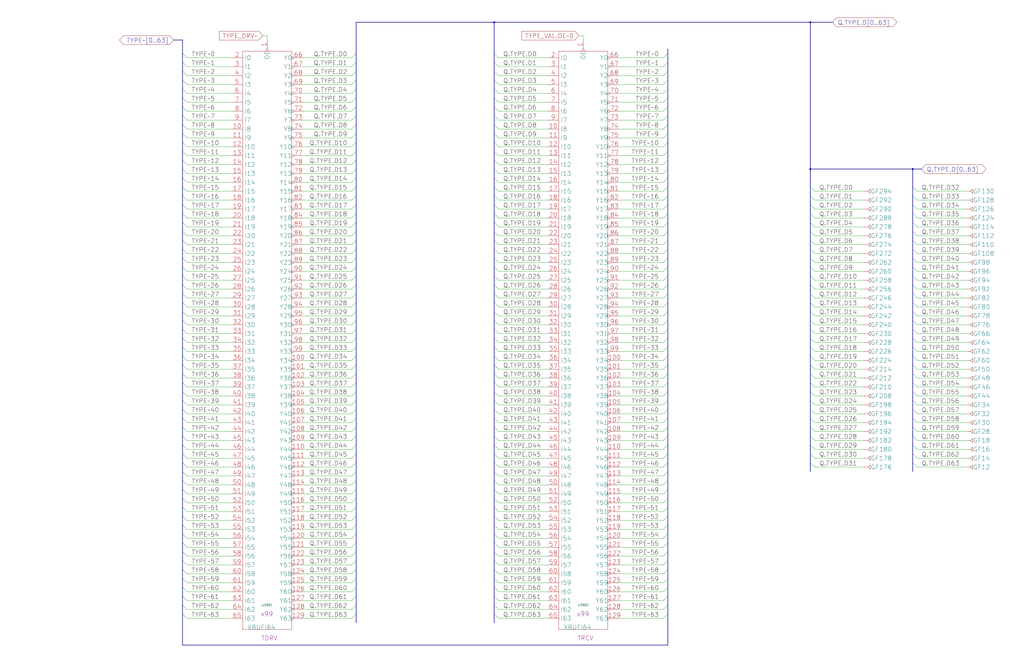
<source format=kicad_sch>
(kicad_sch (version 20211123) (generator eeschema)
  (paper "User" 584.2 378.46)
  (title_block (title "TYPE BUS TRANCEIVER\\nDATA PORTION") (date "22-MAY-90") (rev "1.0") (comment 1 "SEQUENCER") (comment 2 "232-003064") (comment 3 "S400") (comment 4 "RELEASED"))
  (bus (pts (xy 104.14 101.6) (xy 104.14 106.68)))
  (bus (pts (xy 104.14 106.68) (xy 104.14 111.76)))
  (bus (pts (xy 104.14 111.76) (xy 104.14 116.84)))
  (bus (pts (xy 104.14 116.84) (xy 104.14 121.92)))
  (bus (pts (xy 104.14 121.92) (xy 104.14 127)))
  (bus (pts (xy 104.14 127) (xy 104.14 132.08)))
  (bus (pts (xy 104.14 132.08) (xy 104.14 137.16)))
  (bus (pts (xy 104.14 137.16) (xy 104.14 142.24)))
  (bus (pts (xy 104.14 142.24) (xy 104.14 147.32)))
  (bus (pts (xy 104.14 147.32) (xy 104.14 152.4)))
  (bus (pts (xy 104.14 152.4) (xy 104.14 157.48)))
  (bus (pts (xy 104.14 157.48) (xy 104.14 162.56)))
  (bus (pts (xy 104.14 162.56) (xy 104.14 167.64)))
  (bus (pts (xy 104.14 167.64) (xy 104.14 172.72)))
  (bus (pts (xy 104.14 172.72) (xy 104.14 177.8)))
  (bus (pts (xy 104.14 177.8) (xy 104.14 182.88)))
  (bus (pts (xy 104.14 182.88) (xy 104.14 187.96)))
  (bus (pts (xy 104.14 187.96) (xy 104.14 193.04)))
  (bus (pts (xy 104.14 193.04) (xy 104.14 198.12)))
  (bus (pts (xy 104.14 198.12) (xy 104.14 203.2)))
  (bus (pts (xy 104.14 203.2) (xy 104.14 208.28)))
  (bus (pts (xy 104.14 208.28) (xy 104.14 213.36)))
  (bus (pts (xy 104.14 213.36) (xy 104.14 218.44)))
  (bus (pts (xy 104.14 218.44) (xy 104.14 223.52)))
  (bus (pts (xy 104.14 22.86) (xy 104.14 30.48)))
  (bus (pts (xy 104.14 223.52) (xy 104.14 228.6)))
  (bus (pts (xy 104.14 228.6) (xy 104.14 233.68)))
  (bus (pts (xy 104.14 233.68) (xy 104.14 238.76)))
  (bus (pts (xy 104.14 238.76) (xy 104.14 243.84)))
  (bus (pts (xy 104.14 243.84) (xy 104.14 248.92)))
  (bus (pts (xy 104.14 248.92) (xy 104.14 254)))
  (bus (pts (xy 104.14 254) (xy 104.14 259.08)))
  (bus (pts (xy 104.14 259.08) (xy 104.14 264.16)))
  (bus (pts (xy 104.14 264.16) (xy 104.14 269.24)))
  (bus (pts (xy 104.14 269.24) (xy 104.14 274.32)))
  (bus (pts (xy 104.14 274.32) (xy 104.14 279.4)))
  (bus (pts (xy 104.14 279.4) (xy 104.14 284.48)))
  (bus (pts (xy 104.14 284.48) (xy 104.14 289.56)))
  (bus (pts (xy 104.14 289.56) (xy 104.14 294.64)))
  (bus (pts (xy 104.14 294.64) (xy 104.14 299.72)))
  (bus (pts (xy 104.14 299.72) (xy 104.14 304.8)))
  (bus (pts (xy 104.14 30.48) (xy 104.14 35.56)))
  (bus (pts (xy 104.14 304.8) (xy 104.14 309.88)))
  (bus (pts (xy 104.14 309.88) (xy 104.14 314.96)))
  (bus (pts (xy 104.14 314.96) (xy 104.14 320.04)))
  (bus (pts (xy 104.14 320.04) (xy 104.14 325.12)))
  (bus (pts (xy 104.14 325.12) (xy 104.14 330.2)))
  (bus (pts (xy 104.14 330.2) (xy 104.14 335.28)))
  (bus (pts (xy 104.14 335.28) (xy 104.14 340.36)))
  (bus (pts (xy 104.14 340.36) (xy 104.14 345.44)))
  (bus (pts (xy 104.14 345.44) (xy 104.14 350.52)))
  (bus (pts (xy 104.14 35.56) (xy 104.14 40.64)))
  (bus (pts (xy 104.14 350.52) (xy 104.14 368.3)))
  (bus (pts (xy 104.14 368.3) (xy 381 368.3)))
  (bus (pts (xy 104.14 40.64) (xy 104.14 45.72)))
  (bus (pts (xy 104.14 45.72) (xy 104.14 50.8)))
  (bus (pts (xy 104.14 50.8) (xy 104.14 55.88)))
  (bus (pts (xy 104.14 55.88) (xy 104.14 60.96)))
  (bus (pts (xy 104.14 60.96) (xy 104.14 66.04)))
  (bus (pts (xy 104.14 66.04) (xy 104.14 71.12)))
  (bus (pts (xy 104.14 71.12) (xy 104.14 76.2)))
  (bus (pts (xy 104.14 76.2) (xy 104.14 81.28)))
  (bus (pts (xy 104.14 81.28) (xy 104.14 86.36)))
  (bus (pts (xy 104.14 86.36) (xy 104.14 91.44)))
  (bus (pts (xy 104.14 91.44) (xy 104.14 96.52)))
  (bus (pts (xy 104.14 96.52) (xy 104.14 101.6)))
  (bus (pts (xy 203.2 101.6) (xy 203.2 106.68)))
  (bus (pts (xy 203.2 106.68) (xy 203.2 111.76)))
  (bus (pts (xy 203.2 111.76) (xy 203.2 116.84)))
  (bus (pts (xy 203.2 116.84) (xy 203.2 121.92)))
  (bus (pts (xy 203.2 12.7) (xy 203.2 30.48)))
  (bus (pts (xy 203.2 12.7) (xy 281.94 12.7)))
  (bus (pts (xy 203.2 121.92) (xy 203.2 127)))
  (bus (pts (xy 203.2 127) (xy 203.2 132.08)))
  (bus (pts (xy 203.2 132.08) (xy 203.2 137.16)))
  (bus (pts (xy 203.2 137.16) (xy 203.2 142.24)))
  (bus (pts (xy 203.2 142.24) (xy 203.2 147.32)))
  (bus (pts (xy 203.2 147.32) (xy 203.2 152.4)))
  (bus (pts (xy 203.2 152.4) (xy 203.2 157.48)))
  (bus (pts (xy 203.2 157.48) (xy 203.2 162.56)))
  (bus (pts (xy 203.2 162.56) (xy 203.2 167.64)))
  (bus (pts (xy 203.2 167.64) (xy 203.2 172.72)))
  (bus (pts (xy 203.2 172.72) (xy 203.2 177.8)))
  (bus (pts (xy 203.2 177.8) (xy 203.2 182.88)))
  (bus (pts (xy 203.2 182.88) (xy 203.2 187.96)))
  (bus (pts (xy 203.2 187.96) (xy 203.2 193.04)))
  (bus (pts (xy 203.2 193.04) (xy 203.2 198.12)))
  (bus (pts (xy 203.2 198.12) (xy 203.2 203.2)))
  (bus (pts (xy 203.2 203.2) (xy 203.2 208.28)))
  (bus (pts (xy 203.2 208.28) (xy 203.2 213.36)))
  (bus (pts (xy 203.2 213.36) (xy 203.2 218.44)))
  (bus (pts (xy 203.2 218.44) (xy 203.2 223.52)))
  (bus (pts (xy 203.2 223.52) (xy 203.2 228.6)))
  (bus (pts (xy 203.2 228.6) (xy 203.2 233.68)))
  (bus (pts (xy 203.2 233.68) (xy 203.2 238.76)))
  (bus (pts (xy 203.2 238.76) (xy 203.2 243.84)))
  (bus (pts (xy 203.2 243.84) (xy 203.2 248.92)))
  (bus (pts (xy 203.2 248.92) (xy 203.2 254)))
  (bus (pts (xy 203.2 254) (xy 203.2 259.08)))
  (bus (pts (xy 203.2 259.08) (xy 203.2 264.16)))
  (bus (pts (xy 203.2 264.16) (xy 203.2 269.24)))
  (bus (pts (xy 203.2 269.24) (xy 203.2 274.32)))
  (bus (pts (xy 203.2 274.32) (xy 203.2 279.4)))
  (bus (pts (xy 203.2 279.4) (xy 203.2 284.48)))
  (bus (pts (xy 203.2 284.48) (xy 203.2 289.56)))
  (bus (pts (xy 203.2 289.56) (xy 203.2 294.64)))
  (bus (pts (xy 203.2 294.64) (xy 203.2 299.72)))
  (bus (pts (xy 203.2 299.72) (xy 203.2 304.8)))
  (bus (pts (xy 203.2 30.48) (xy 203.2 35.56)))
  (bus (pts (xy 203.2 304.8) (xy 203.2 309.88)))
  (bus (pts (xy 203.2 309.88) (xy 203.2 314.96)))
  (bus (pts (xy 203.2 314.96) (xy 203.2 320.04)))
  (bus (pts (xy 203.2 320.04) (xy 203.2 325.12)))
  (bus (pts (xy 203.2 325.12) (xy 203.2 330.2)))
  (bus (pts (xy 203.2 330.2) (xy 203.2 335.28)))
  (bus (pts (xy 203.2 335.28) (xy 203.2 340.36)))
  (bus (pts (xy 203.2 340.36) (xy 203.2 345.44)))
  (bus (pts (xy 203.2 345.44) (xy 203.2 350.52)))
  (bus (pts (xy 203.2 35.56) (xy 203.2 40.64)))
  (bus (pts (xy 203.2 350.52) (xy 203.2 355.6)))
  (bus (pts (xy 203.2 40.64) (xy 203.2 45.72)))
  (bus (pts (xy 203.2 45.72) (xy 203.2 50.8)))
  (bus (pts (xy 203.2 50.8) (xy 203.2 55.88)))
  (bus (pts (xy 203.2 55.88) (xy 203.2 60.96)))
  (bus (pts (xy 203.2 60.96) (xy 203.2 66.04)))
  (bus (pts (xy 203.2 66.04) (xy 203.2 71.12)))
  (bus (pts (xy 203.2 71.12) (xy 203.2 76.2)))
  (bus (pts (xy 203.2 76.2) (xy 203.2 81.28)))
  (bus (pts (xy 203.2 81.28) (xy 203.2 86.36)))
  (bus (pts (xy 203.2 86.36) (xy 203.2 91.44)))
  (bus (pts (xy 203.2 91.44) (xy 203.2 96.52)))
  (bus (pts (xy 203.2 96.52) (xy 203.2 101.6)))
  (bus (pts (xy 281.94 101.6) (xy 281.94 106.68)))
  (bus (pts (xy 281.94 106.68) (xy 281.94 111.76)))
  (bus (pts (xy 281.94 111.76) (xy 281.94 116.84)))
  (bus (pts (xy 281.94 116.84) (xy 281.94 121.92)))
  (bus (pts (xy 281.94 12.7) (xy 281.94 30.48)))
  (bus (pts (xy 281.94 12.7) (xy 462.28 12.7)))
  (bus (pts (xy 281.94 121.92) (xy 281.94 127)))
  (bus (pts (xy 281.94 127) (xy 281.94 132.08)))
  (bus (pts (xy 281.94 132.08) (xy 281.94 137.16)))
  (bus (pts (xy 281.94 137.16) (xy 281.94 142.24)))
  (bus (pts (xy 281.94 142.24) (xy 281.94 147.32)))
  (bus (pts (xy 281.94 147.32) (xy 281.94 152.4)))
  (bus (pts (xy 281.94 152.4) (xy 281.94 157.48)))
  (bus (pts (xy 281.94 157.48) (xy 281.94 162.56)))
  (bus (pts (xy 281.94 162.56) (xy 281.94 167.64)))
  (bus (pts (xy 281.94 167.64) (xy 281.94 172.72)))
  (bus (pts (xy 281.94 172.72) (xy 281.94 177.8)))
  (bus (pts (xy 281.94 177.8) (xy 281.94 182.88)))
  (bus (pts (xy 281.94 182.88) (xy 281.94 187.96)))
  (bus (pts (xy 281.94 187.96) (xy 281.94 193.04)))
  (bus (pts (xy 281.94 193.04) (xy 281.94 198.12)))
  (bus (pts (xy 281.94 198.12) (xy 281.94 203.2)))
  (bus (pts (xy 281.94 203.2) (xy 281.94 208.28)))
  (bus (pts (xy 281.94 208.28) (xy 281.94 213.36)))
  (bus (pts (xy 281.94 213.36) (xy 281.94 218.44)))
  (bus (pts (xy 281.94 218.44) (xy 281.94 223.52)))
  (bus (pts (xy 281.94 223.52) (xy 281.94 228.6)))
  (bus (pts (xy 281.94 228.6) (xy 281.94 233.68)))
  (bus (pts (xy 281.94 233.68) (xy 281.94 238.76)))
  (bus (pts (xy 281.94 238.76) (xy 281.94 243.84)))
  (bus (pts (xy 281.94 243.84) (xy 281.94 248.92)))
  (bus (pts (xy 281.94 248.92) (xy 281.94 254)))
  (bus (pts (xy 281.94 254) (xy 281.94 259.08)))
  (bus (pts (xy 281.94 259.08) (xy 281.94 264.16)))
  (bus (pts (xy 281.94 264.16) (xy 281.94 269.24)))
  (bus (pts (xy 281.94 269.24) (xy 281.94 274.32)))
  (bus (pts (xy 281.94 274.32) (xy 281.94 279.4)))
  (bus (pts (xy 281.94 279.4) (xy 281.94 284.48)))
  (bus (pts (xy 281.94 284.48) (xy 281.94 289.56)))
  (bus (pts (xy 281.94 289.56) (xy 281.94 294.64)))
  (bus (pts (xy 281.94 294.64) (xy 281.94 299.72)))
  (bus (pts (xy 281.94 299.72) (xy 281.94 304.8)))
  (bus (pts (xy 281.94 30.48) (xy 281.94 35.56)))
  (bus (pts (xy 281.94 304.8) (xy 281.94 309.88)))
  (bus (pts (xy 281.94 309.88) (xy 281.94 314.96)))
  (bus (pts (xy 281.94 314.96) (xy 281.94 320.04)))
  (bus (pts (xy 281.94 320.04) (xy 281.94 325.12)))
  (bus (pts (xy 281.94 325.12) (xy 281.94 330.2)))
  (bus (pts (xy 281.94 330.2) (xy 281.94 335.28)))
  (bus (pts (xy 281.94 335.28) (xy 281.94 340.36)))
  (bus (pts (xy 281.94 340.36) (xy 281.94 345.44)))
  (bus (pts (xy 281.94 345.44) (xy 281.94 350.52)))
  (bus (pts (xy 281.94 35.56) (xy 281.94 40.64)))
  (bus (pts (xy 281.94 350.52) (xy 281.94 355.6)))
  (bus (pts (xy 281.94 40.64) (xy 281.94 45.72)))
  (bus (pts (xy 281.94 45.72) (xy 281.94 50.8)))
  (bus (pts (xy 281.94 50.8) (xy 281.94 55.88)))
  (bus (pts (xy 281.94 55.88) (xy 281.94 60.96)))
  (bus (pts (xy 281.94 60.96) (xy 281.94 66.04)))
  (bus (pts (xy 281.94 66.04) (xy 281.94 71.12)))
  (bus (pts (xy 281.94 71.12) (xy 281.94 76.2)))
  (bus (pts (xy 281.94 76.2) (xy 281.94 81.28)))
  (bus (pts (xy 281.94 81.28) (xy 281.94 86.36)))
  (bus (pts (xy 281.94 86.36) (xy 281.94 91.44)))
  (bus (pts (xy 281.94 91.44) (xy 281.94 96.52)))
  (bus (pts (xy 281.94 96.52) (xy 281.94 101.6)))
  (bus (pts (xy 381 101.6) (xy 381 106.68)))
  (bus (pts (xy 381 106.68) (xy 381 111.76)))
  (bus (pts (xy 381 111.76) (xy 381 116.84)))
  (bus (pts (xy 381 116.84) (xy 381 121.92)))
  (bus (pts (xy 381 121.92) (xy 381 127)))
  (bus (pts (xy 381 127) (xy 381 132.08)))
  (bus (pts (xy 381 132.08) (xy 381 137.16)))
  (bus (pts (xy 381 137.16) (xy 381 142.24)))
  (bus (pts (xy 381 142.24) (xy 381 147.32)))
  (bus (pts (xy 381 147.32) (xy 381 152.4)))
  (bus (pts (xy 381 152.4) (xy 381 157.48)))
  (bus (pts (xy 381 157.48) (xy 381 162.56)))
  (bus (pts (xy 381 162.56) (xy 381 167.64)))
  (bus (pts (xy 381 167.64) (xy 381 172.72)))
  (bus (pts (xy 381 172.72) (xy 381 177.8)))
  (bus (pts (xy 381 177.8) (xy 381 182.88)))
  (bus (pts (xy 381 182.88) (xy 381 187.96)))
  (bus (pts (xy 381 187.96) (xy 381 193.04)))
  (bus (pts (xy 381 193.04) (xy 381 198.12)))
  (bus (pts (xy 381 198.12) (xy 381 203.2)))
  (bus (pts (xy 381 203.2) (xy 381 208.28)))
  (bus (pts (xy 381 208.28) (xy 381 213.36)))
  (bus (pts (xy 381 213.36) (xy 381 218.44)))
  (bus (pts (xy 381 218.44) (xy 381 223.52)))
  (bus (pts (xy 381 223.52) (xy 381 228.6)))
  (bus (pts (xy 381 228.6) (xy 381 233.68)))
  (bus (pts (xy 381 233.68) (xy 381 238.76)))
  (bus (pts (xy 381 238.76) (xy 381 243.84)))
  (bus (pts (xy 381 243.84) (xy 381 248.92)))
  (bus (pts (xy 381 248.92) (xy 381 254)))
  (bus (pts (xy 381 254) (xy 381 259.08)))
  (bus (pts (xy 381 259.08) (xy 381 264.16)))
  (bus (pts (xy 381 264.16) (xy 381 269.24)))
  (bus (pts (xy 381 269.24) (xy 381 274.32)))
  (bus (pts (xy 381 27.94) (xy 381 30.48)))
  (bus (pts (xy 381 274.32) (xy 381 279.4)))
  (bus (pts (xy 381 279.4) (xy 381 284.48)))
  (bus (pts (xy 381 284.48) (xy 381 289.56)))
  (bus (pts (xy 381 289.56) (xy 381 294.64)))
  (bus (pts (xy 381 294.64) (xy 381 299.72)))
  (bus (pts (xy 381 299.72) (xy 381 304.8)))
  (bus (pts (xy 381 30.48) (xy 381 35.56)))
  (bus (pts (xy 381 304.8) (xy 381 309.88)))
  (bus (pts (xy 381 309.88) (xy 381 314.96)))
  (bus (pts (xy 381 314.96) (xy 381 320.04)))
  (bus (pts (xy 381 320.04) (xy 381 325.12)))
  (bus (pts (xy 381 325.12) (xy 381 330.2)))
  (bus (pts (xy 381 330.2) (xy 381 335.28)))
  (bus (pts (xy 381 335.28) (xy 381 340.36)))
  (bus (pts (xy 381 340.36) (xy 381 345.44)))
  (bus (pts (xy 381 345.44) (xy 381 350.52)))
  (bus (pts (xy 381 35.56) (xy 381 40.64)))
  (bus (pts (xy 381 368.3) (xy 381 350.52)))
  (bus (pts (xy 381 40.64) (xy 381 45.72)))
  (bus (pts (xy 381 45.72) (xy 381 50.8)))
  (bus (pts (xy 381 50.8) (xy 381 55.88)))
  (bus (pts (xy 381 55.88) (xy 381 60.96)))
  (bus (pts (xy 381 60.96) (xy 381 66.04)))
  (bus (pts (xy 381 66.04) (xy 381 71.12)))
  (bus (pts (xy 381 71.12) (xy 381 76.2)))
  (bus (pts (xy 381 76.2) (xy 381 81.28)))
  (bus (pts (xy 381 81.28) (xy 381 86.36)))
  (bus (pts (xy 381 86.36) (xy 381 91.44)))
  (bus (pts (xy 381 91.44) (xy 381 96.52)))
  (bus (pts (xy 381 96.52) (xy 381 101.6)))
  (bus (pts (xy 462.28 106.68) (xy 462.28 111.76)))
  (bus (pts (xy 462.28 111.76) (xy 462.28 116.84)))
  (bus (pts (xy 462.28 116.84) (xy 462.28 121.92)))
  (bus (pts (xy 462.28 12.7) (xy 462.28 96.52)))
  (bus (pts (xy 462.28 12.7) (xy 474.98 12.7)))
  (bus (pts (xy 462.28 121.92) (xy 462.28 127)))
  (bus (pts (xy 462.28 127) (xy 462.28 132.08)))
  (bus (pts (xy 462.28 132.08) (xy 462.28 137.16)))
  (bus (pts (xy 462.28 137.16) (xy 462.28 142.24)))
  (bus (pts (xy 462.28 142.24) (xy 462.28 147.32)))
  (bus (pts (xy 462.28 147.32) (xy 462.28 152.4)))
  (bus (pts (xy 462.28 152.4) (xy 462.28 157.48)))
  (bus (pts (xy 462.28 157.48) (xy 462.28 162.56)))
  (bus (pts (xy 462.28 162.56) (xy 462.28 167.64)))
  (bus (pts (xy 462.28 167.64) (xy 462.28 172.72)))
  (bus (pts (xy 462.28 172.72) (xy 462.28 177.8)))
  (bus (pts (xy 462.28 177.8) (xy 462.28 182.88)))
  (bus (pts (xy 462.28 182.88) (xy 462.28 187.96)))
  (bus (pts (xy 462.28 187.96) (xy 462.28 193.04)))
  (bus (pts (xy 462.28 193.04) (xy 462.28 198.12)))
  (bus (pts (xy 462.28 198.12) (xy 462.28 203.2)))
  (bus (pts (xy 462.28 203.2) (xy 462.28 208.28)))
  (bus (pts (xy 462.28 208.28) (xy 462.28 213.36)))
  (bus (pts (xy 462.28 213.36) (xy 462.28 218.44)))
  (bus (pts (xy 462.28 218.44) (xy 462.28 223.52)))
  (bus (pts (xy 462.28 223.52) (xy 462.28 228.6)))
  (bus (pts (xy 462.28 228.6) (xy 462.28 233.68)))
  (bus (pts (xy 462.28 233.68) (xy 462.28 238.76)))
  (bus (pts (xy 462.28 238.76) (xy 462.28 243.84)))
  (bus (pts (xy 462.28 243.84) (xy 462.28 248.92)))
  (bus (pts (xy 462.28 248.92) (xy 462.28 254)))
  (bus (pts (xy 462.28 254) (xy 462.28 259.08)))
  (bus (pts (xy 462.28 259.08) (xy 462.28 264.16)))
  (bus (pts (xy 462.28 264.16) (xy 462.28 269.24)))
  (bus (pts (xy 462.28 96.52) (xy 462.28 106.68)))
  (bus (pts (xy 520.7 106.68) (xy 520.7 111.76)))
  (bus (pts (xy 520.7 111.76) (xy 520.7 116.84)))
  (bus (pts (xy 520.7 116.84) (xy 520.7 121.92)))
  (bus (pts (xy 520.7 121.92) (xy 520.7 127)))
  (bus (pts (xy 520.7 127) (xy 520.7 132.08)))
  (bus (pts (xy 520.7 132.08) (xy 520.7 137.16)))
  (bus (pts (xy 520.7 137.16) (xy 520.7 142.24)))
  (bus (pts (xy 520.7 142.24) (xy 520.7 147.32)))
  (bus (pts (xy 520.7 147.32) (xy 520.7 152.4)))
  (bus (pts (xy 520.7 152.4) (xy 520.7 157.48)))
  (bus (pts (xy 520.7 157.48) (xy 520.7 162.56)))
  (bus (pts (xy 520.7 162.56) (xy 520.7 167.64)))
  (bus (pts (xy 520.7 167.64) (xy 520.7 172.72)))
  (bus (pts (xy 520.7 172.72) (xy 520.7 177.8)))
  (bus (pts (xy 520.7 177.8) (xy 520.7 182.88)))
  (bus (pts (xy 520.7 182.88) (xy 520.7 187.96)))
  (bus (pts (xy 520.7 187.96) (xy 520.7 193.04)))
  (bus (pts (xy 520.7 193.04) (xy 520.7 198.12)))
  (bus (pts (xy 520.7 198.12) (xy 520.7 203.2)))
  (bus (pts (xy 520.7 203.2) (xy 520.7 208.28)))
  (bus (pts (xy 520.7 208.28) (xy 520.7 213.36)))
  (bus (pts (xy 520.7 213.36) (xy 520.7 218.44)))
  (bus (pts (xy 520.7 218.44) (xy 520.7 223.52)))
  (bus (pts (xy 520.7 223.52) (xy 520.7 228.6)))
  (bus (pts (xy 520.7 228.6) (xy 520.7 233.68)))
  (bus (pts (xy 520.7 233.68) (xy 520.7 238.76)))
  (bus (pts (xy 520.7 238.76) (xy 520.7 243.84)))
  (bus (pts (xy 520.7 243.84) (xy 520.7 248.92)))
  (bus (pts (xy 520.7 248.92) (xy 520.7 254)))
  (bus (pts (xy 520.7 254) (xy 520.7 259.08)))
  (bus (pts (xy 520.7 259.08) (xy 520.7 264.16)))
  (bus (pts (xy 520.7 264.16) (xy 520.7 269.24)))
  (bus (pts (xy 520.7 96.52) (xy 462.28 96.52)))
  (bus (pts (xy 520.7 96.52) (xy 520.7 106.68)))
  (bus (pts (xy 520.7 96.52) (xy 525.78 96.52)))
  (bus (pts (xy 99.06 22.86) (xy 104.14 22.86)))
  (wire (pts (xy 106.68 104.14) (xy 132.08 104.14)))
  (wire (pts (xy 106.68 109.22) (xy 132.08 109.22)))
  (wire (pts (xy 106.68 114.3) (xy 132.08 114.3)))
  (wire (pts (xy 106.68 119.38) (xy 132.08 119.38)))
  (wire (pts (xy 106.68 124.46) (xy 132.08 124.46)))
  (wire (pts (xy 106.68 129.54) (xy 132.08 129.54)))
  (wire (pts (xy 106.68 134.62) (xy 132.08 134.62)))
  (wire (pts (xy 106.68 139.7) (xy 132.08 139.7)))
  (wire (pts (xy 106.68 144.78) (xy 132.08 144.78)))
  (wire (pts (xy 106.68 149.86) (xy 132.08 149.86)))
  (wire (pts (xy 106.68 154.94) (xy 132.08 154.94)))
  (wire (pts (xy 106.68 160.02) (xy 132.08 160.02)))
  (wire (pts (xy 106.68 165.1) (xy 132.08 165.1)))
  (wire (pts (xy 106.68 170.18) (xy 132.08 170.18)))
  (wire (pts (xy 106.68 175.26) (xy 132.08 175.26)))
  (wire (pts (xy 106.68 180.34) (xy 132.08 180.34)))
  (wire (pts (xy 106.68 185.42) (xy 132.08 185.42)))
  (wire (pts (xy 106.68 190.5) (xy 132.08 190.5)))
  (wire (pts (xy 106.68 195.58) (xy 132.08 195.58)))
  (wire (pts (xy 106.68 200.66) (xy 132.08 200.66)))
  (wire (pts (xy 106.68 205.74) (xy 132.08 205.74)))
  (wire (pts (xy 106.68 210.82) (xy 132.08 210.82)))
  (wire (pts (xy 106.68 215.9) (xy 132.08 215.9)))
  (wire (pts (xy 106.68 220.98) (xy 132.08 220.98)))
  (wire (pts (xy 106.68 226.06) (xy 132.08 226.06)))
  (wire (pts (xy 106.68 231.14) (xy 132.08 231.14)))
  (wire (pts (xy 106.68 236.22) (xy 132.08 236.22)))
  (wire (pts (xy 106.68 241.3) (xy 132.08 241.3)))
  (wire (pts (xy 106.68 246.38) (xy 132.08 246.38)))
  (wire (pts (xy 106.68 251.46) (xy 132.08 251.46)))
  (wire (pts (xy 106.68 256.54) (xy 132.08 256.54)))
  (wire (pts (xy 106.68 261.62) (xy 132.08 261.62)))
  (wire (pts (xy 106.68 266.7) (xy 132.08 266.7)))
  (wire (pts (xy 106.68 271.78) (xy 132.08 271.78)))
  (wire (pts (xy 106.68 276.86) (xy 132.08 276.86)))
  (wire (pts (xy 106.68 281.94) (xy 132.08 281.94)))
  (wire (pts (xy 106.68 287.02) (xy 132.08 287.02)))
  (wire (pts (xy 106.68 292.1) (xy 132.08 292.1)))
  (wire (pts (xy 106.68 297.18) (xy 132.08 297.18)))
  (wire (pts (xy 106.68 302.26) (xy 132.08 302.26)))
  (wire (pts (xy 106.68 307.34) (xy 132.08 307.34)))
  (wire (pts (xy 106.68 312.42) (xy 132.08 312.42)))
  (wire (pts (xy 106.68 317.5) (xy 132.08 317.5)))
  (wire (pts (xy 106.68 322.58) (xy 132.08 322.58)))
  (wire (pts (xy 106.68 327.66) (xy 132.08 327.66)))
  (wire (pts (xy 106.68 33.02) (xy 132.08 33.02)))
  (wire (pts (xy 106.68 332.74) (xy 132.08 332.74)))
  (wire (pts (xy 106.68 337.82) (xy 132.08 337.82)))
  (wire (pts (xy 106.68 342.9) (xy 132.08 342.9)))
  (wire (pts (xy 106.68 347.98) (xy 132.08 347.98)))
  (wire (pts (xy 106.68 353.06) (xy 132.08 353.06)))
  (wire (pts (xy 106.68 38.1) (xy 132.08 38.1)))
  (wire (pts (xy 106.68 43.18) (xy 132.08 43.18)))
  (wire (pts (xy 106.68 48.26) (xy 132.08 48.26)))
  (wire (pts (xy 106.68 53.34) (xy 132.08 53.34)))
  (wire (pts (xy 106.68 58.42) (xy 132.08 58.42)))
  (wire (pts (xy 106.68 63.5) (xy 132.08 63.5)))
  (wire (pts (xy 106.68 68.58) (xy 132.08 68.58)))
  (wire (pts (xy 106.68 73.66) (xy 132.08 73.66)))
  (wire (pts (xy 106.68 78.74) (xy 132.08 78.74)))
  (wire (pts (xy 106.68 83.82) (xy 132.08 83.82)))
  (wire (pts (xy 106.68 88.9) (xy 132.08 88.9)))
  (wire (pts (xy 106.68 93.98) (xy 132.08 93.98)))
  (wire (pts (xy 106.68 99.06) (xy 132.08 99.06)))
  (wire (pts (xy 149.86 20.32) (xy 152.4 20.32)))
  (wire (pts (xy 152.4 20.32) (xy 152.4 22.86)))
  (wire (pts (xy 200.66 104.14) (xy 172.72 104.14)))
  (wire (pts (xy 200.66 109.22) (xy 172.72 109.22)))
  (wire (pts (xy 200.66 114.3) (xy 172.72 114.3)))
  (wire (pts (xy 200.66 119.38) (xy 172.72 119.38)))
  (wire (pts (xy 200.66 124.46) (xy 172.72 124.46)))
  (wire (pts (xy 200.66 129.54) (xy 172.72 129.54)))
  (wire (pts (xy 200.66 134.62) (xy 172.72 134.62)))
  (wire (pts (xy 200.66 139.7) (xy 172.72 139.7)))
  (wire (pts (xy 200.66 144.78) (xy 172.72 144.78)))
  (wire (pts (xy 200.66 149.86) (xy 172.72 149.86)))
  (wire (pts (xy 200.66 154.94) (xy 172.72 154.94)))
  (wire (pts (xy 200.66 160.02) (xy 172.72 160.02)))
  (wire (pts (xy 200.66 165.1) (xy 172.72 165.1)))
  (wire (pts (xy 200.66 170.18) (xy 172.72 170.18)))
  (wire (pts (xy 200.66 175.26) (xy 172.72 175.26)))
  (wire (pts (xy 200.66 180.34) (xy 172.72 180.34)))
  (wire (pts (xy 200.66 185.42) (xy 172.72 185.42)))
  (wire (pts (xy 200.66 190.5) (xy 172.72 190.5)))
  (wire (pts (xy 200.66 195.58) (xy 172.72 195.58)))
  (wire (pts (xy 200.66 200.66) (xy 172.72 200.66)))
  (wire (pts (xy 200.66 205.74) (xy 172.72 205.74)))
  (wire (pts (xy 200.66 210.82) (xy 172.72 210.82)))
  (wire (pts (xy 200.66 215.9) (xy 172.72 215.9)))
  (wire (pts (xy 200.66 220.98) (xy 172.72 220.98)))
  (wire (pts (xy 200.66 226.06) (xy 172.72 226.06)))
  (wire (pts (xy 200.66 231.14) (xy 172.72 231.14)))
  (wire (pts (xy 200.66 236.22) (xy 172.72 236.22)))
  (wire (pts (xy 200.66 241.3) (xy 172.72 241.3)))
  (wire (pts (xy 200.66 246.38) (xy 172.72 246.38)))
  (wire (pts (xy 200.66 251.46) (xy 172.72 251.46)))
  (wire (pts (xy 200.66 256.54) (xy 172.72 256.54)))
  (wire (pts (xy 200.66 261.62) (xy 172.72 261.62)))
  (wire (pts (xy 200.66 266.7) (xy 172.72 266.7)))
  (wire (pts (xy 200.66 271.78) (xy 172.72 271.78)))
  (wire (pts (xy 200.66 276.86) (xy 172.72 276.86)))
  (wire (pts (xy 200.66 281.94) (xy 172.72 281.94)))
  (wire (pts (xy 200.66 287.02) (xy 172.72 287.02)))
  (wire (pts (xy 200.66 292.1) (xy 172.72 292.1)))
  (wire (pts (xy 200.66 297.18) (xy 172.72 297.18)))
  (wire (pts (xy 200.66 302.26) (xy 172.72 302.26)))
  (wire (pts (xy 200.66 307.34) (xy 172.72 307.34)))
  (wire (pts (xy 200.66 312.42) (xy 172.72 312.42)))
  (wire (pts (xy 200.66 317.5) (xy 172.72 317.5)))
  (wire (pts (xy 200.66 322.58) (xy 172.72 322.58)))
  (wire (pts (xy 200.66 327.66) (xy 172.72 327.66)))
  (wire (pts (xy 200.66 33.02) (xy 172.72 33.02)))
  (wire (pts (xy 200.66 332.74) (xy 172.72 332.74)))
  (wire (pts (xy 200.66 337.82) (xy 172.72 337.82)))
  (wire (pts (xy 200.66 342.9) (xy 172.72 342.9)))
  (wire (pts (xy 200.66 347.98) (xy 172.72 347.98)))
  (wire (pts (xy 200.66 353.06) (xy 172.72 353.06)))
  (wire (pts (xy 200.66 38.1) (xy 172.72 38.1)))
  (wire (pts (xy 200.66 43.18) (xy 172.72 43.18)))
  (wire (pts (xy 200.66 48.26) (xy 172.72 48.26)))
  (wire (pts (xy 200.66 53.34) (xy 172.72 53.34)))
  (wire (pts (xy 200.66 58.42) (xy 172.72 58.42)))
  (wire (pts (xy 200.66 63.5) (xy 172.72 63.5)))
  (wire (pts (xy 200.66 68.58) (xy 172.72 68.58)))
  (wire (pts (xy 200.66 73.66) (xy 172.72 73.66)))
  (wire (pts (xy 200.66 78.74) (xy 172.72 78.74)))
  (wire (pts (xy 200.66 83.82) (xy 172.72 83.82)))
  (wire (pts (xy 200.66 88.9) (xy 172.72 88.9)))
  (wire (pts (xy 200.66 93.98) (xy 172.72 93.98)))
  (wire (pts (xy 200.66 99.06) (xy 172.72 99.06)))
  (wire (pts (xy 284.48 104.14) (xy 312.42 104.14)))
  (wire (pts (xy 284.48 109.22) (xy 312.42 109.22)))
  (wire (pts (xy 284.48 114.3) (xy 312.42 114.3)))
  (wire (pts (xy 284.48 119.38) (xy 312.42 119.38)))
  (wire (pts (xy 284.48 124.46) (xy 312.42 124.46)))
  (wire (pts (xy 284.48 129.54) (xy 312.42 129.54)))
  (wire (pts (xy 284.48 134.62) (xy 312.42 134.62)))
  (wire (pts (xy 284.48 139.7) (xy 312.42 139.7)))
  (wire (pts (xy 284.48 144.78) (xy 312.42 144.78)))
  (wire (pts (xy 284.48 149.86) (xy 312.42 149.86)))
  (wire (pts (xy 284.48 154.94) (xy 312.42 154.94)))
  (wire (pts (xy 284.48 160.02) (xy 312.42 160.02)))
  (wire (pts (xy 284.48 165.1) (xy 312.42 165.1)))
  (wire (pts (xy 284.48 170.18) (xy 312.42 170.18)))
  (wire (pts (xy 284.48 175.26) (xy 312.42 175.26)))
  (wire (pts (xy 284.48 180.34) (xy 312.42 180.34)))
  (wire (pts (xy 284.48 185.42) (xy 312.42 185.42)))
  (wire (pts (xy 284.48 190.5) (xy 312.42 190.5)))
  (wire (pts (xy 284.48 195.58) (xy 312.42 195.58)))
  (wire (pts (xy 284.48 200.66) (xy 312.42 200.66)))
  (wire (pts (xy 284.48 205.74) (xy 312.42 205.74)))
  (wire (pts (xy 284.48 210.82) (xy 312.42 210.82)))
  (wire (pts (xy 284.48 215.9) (xy 312.42 215.9)))
  (wire (pts (xy 284.48 220.98) (xy 312.42 220.98)))
  (wire (pts (xy 284.48 226.06) (xy 312.42 226.06)))
  (wire (pts (xy 284.48 231.14) (xy 312.42 231.14)))
  (wire (pts (xy 284.48 236.22) (xy 312.42 236.22)))
  (wire (pts (xy 284.48 241.3) (xy 312.42 241.3)))
  (wire (pts (xy 284.48 246.38) (xy 312.42 246.38)))
  (wire (pts (xy 284.48 251.46) (xy 312.42 251.46)))
  (wire (pts (xy 284.48 256.54) (xy 312.42 256.54)))
  (wire (pts (xy 284.48 261.62) (xy 312.42 261.62)))
  (wire (pts (xy 284.48 266.7) (xy 312.42 266.7)))
  (wire (pts (xy 284.48 271.78) (xy 312.42 271.78)))
  (wire (pts (xy 284.48 276.86) (xy 312.42 276.86)))
  (wire (pts (xy 284.48 281.94) (xy 312.42 281.94)))
  (wire (pts (xy 284.48 287.02) (xy 312.42 287.02)))
  (wire (pts (xy 284.48 292.1) (xy 312.42 292.1)))
  (wire (pts (xy 284.48 297.18) (xy 312.42 297.18)))
  (wire (pts (xy 284.48 302.26) (xy 312.42 302.26)))
  (wire (pts (xy 284.48 307.34) (xy 312.42 307.34)))
  (wire (pts (xy 284.48 312.42) (xy 312.42 312.42)))
  (wire (pts (xy 284.48 317.5) (xy 312.42 317.5)))
  (wire (pts (xy 284.48 322.58) (xy 312.42 322.58)))
  (wire (pts (xy 284.48 327.66) (xy 312.42 327.66)))
  (wire (pts (xy 284.48 33.02) (xy 312.42 33.02)))
  (wire (pts (xy 284.48 332.74) (xy 312.42 332.74)))
  (wire (pts (xy 284.48 337.82) (xy 312.42 337.82)))
  (wire (pts (xy 284.48 342.9) (xy 312.42 342.9)))
  (wire (pts (xy 284.48 347.98) (xy 312.42 347.98)))
  (wire (pts (xy 284.48 353.06) (xy 312.42 353.06)))
  (wire (pts (xy 284.48 38.1) (xy 312.42 38.1)))
  (wire (pts (xy 284.48 43.18) (xy 312.42 43.18)))
  (wire (pts (xy 284.48 48.26) (xy 312.42 48.26)))
  (wire (pts (xy 284.48 53.34) (xy 312.42 53.34)))
  (wire (pts (xy 284.48 58.42) (xy 312.42 58.42)))
  (wire (pts (xy 284.48 63.5) (xy 312.42 63.5)))
  (wire (pts (xy 284.48 68.58) (xy 312.42 68.58)))
  (wire (pts (xy 284.48 73.66) (xy 312.42 73.66)))
  (wire (pts (xy 284.48 78.74) (xy 312.42 78.74)))
  (wire (pts (xy 284.48 83.82) (xy 312.42 83.82)))
  (wire (pts (xy 284.48 88.9) (xy 312.42 88.9)))
  (wire (pts (xy 284.48 93.98) (xy 312.42 93.98)))
  (wire (pts (xy 284.48 99.06) (xy 312.42 99.06)))
  (wire (pts (xy 330.2 20.32) (xy 332.74 20.32)))
  (wire (pts (xy 332.74 20.32) (xy 332.74 22.86)))
  (wire (pts (xy 378.46 104.14) (xy 353.06 104.14)))
  (wire (pts (xy 378.46 109.22) (xy 353.06 109.22)))
  (wire (pts (xy 378.46 114.3) (xy 353.06 114.3)))
  (wire (pts (xy 378.46 119.38) (xy 353.06 119.38)))
  (wire (pts (xy 378.46 124.46) (xy 353.06 124.46)))
  (wire (pts (xy 378.46 129.54) (xy 353.06 129.54)))
  (wire (pts (xy 378.46 134.62) (xy 353.06 134.62)))
  (wire (pts (xy 378.46 139.7) (xy 353.06 139.7)))
  (wire (pts (xy 378.46 144.78) (xy 353.06 144.78)))
  (wire (pts (xy 378.46 149.86) (xy 353.06 149.86)))
  (wire (pts (xy 378.46 154.94) (xy 353.06 154.94)))
  (wire (pts (xy 378.46 160.02) (xy 353.06 160.02)))
  (wire (pts (xy 378.46 165.1) (xy 353.06 165.1)))
  (wire (pts (xy 378.46 170.18) (xy 353.06 170.18)))
  (wire (pts (xy 378.46 175.26) (xy 353.06 175.26)))
  (wire (pts (xy 378.46 180.34) (xy 353.06 180.34)))
  (wire (pts (xy 378.46 185.42) (xy 353.06 185.42)))
  (wire (pts (xy 378.46 190.5) (xy 353.06 190.5)))
  (wire (pts (xy 378.46 195.58) (xy 353.06 195.58)))
  (wire (pts (xy 378.46 200.66) (xy 353.06 200.66)))
  (wire (pts (xy 378.46 205.74) (xy 353.06 205.74)))
  (wire (pts (xy 378.46 210.82) (xy 353.06 210.82)))
  (wire (pts (xy 378.46 215.9) (xy 353.06 215.9)))
  (wire (pts (xy 378.46 220.98) (xy 353.06 220.98)))
  (wire (pts (xy 378.46 226.06) (xy 353.06 226.06)))
  (wire (pts (xy 378.46 231.14) (xy 353.06 231.14)))
  (wire (pts (xy 378.46 236.22) (xy 353.06 236.22)))
  (wire (pts (xy 378.46 241.3) (xy 353.06 241.3)))
  (wire (pts (xy 378.46 246.38) (xy 353.06 246.38)))
  (wire (pts (xy 378.46 251.46) (xy 353.06 251.46)))
  (wire (pts (xy 378.46 256.54) (xy 353.06 256.54)))
  (wire (pts (xy 378.46 261.62) (xy 353.06 261.62)))
  (wire (pts (xy 378.46 266.7) (xy 353.06 266.7)))
  (wire (pts (xy 378.46 271.78) (xy 353.06 271.78)))
  (wire (pts (xy 378.46 276.86) (xy 353.06 276.86)))
  (wire (pts (xy 378.46 281.94) (xy 353.06 281.94)))
  (wire (pts (xy 378.46 287.02) (xy 353.06 287.02)))
  (wire (pts (xy 378.46 292.1) (xy 353.06 292.1)))
  (wire (pts (xy 378.46 297.18) (xy 353.06 297.18)))
  (wire (pts (xy 378.46 302.26) (xy 353.06 302.26)))
  (wire (pts (xy 378.46 307.34) (xy 353.06 307.34)))
  (wire (pts (xy 378.46 312.42) (xy 353.06 312.42)))
  (wire (pts (xy 378.46 317.5) (xy 353.06 317.5)))
  (wire (pts (xy 378.46 322.58) (xy 353.06 322.58)))
  (wire (pts (xy 378.46 327.66) (xy 353.06 327.66)))
  (wire (pts (xy 378.46 33.02) (xy 353.06 33.02)))
  (wire (pts (xy 378.46 332.74) (xy 353.06 332.74)))
  (wire (pts (xy 378.46 337.82) (xy 353.06 337.82)))
  (wire (pts (xy 378.46 342.9) (xy 353.06 342.9)))
  (wire (pts (xy 378.46 347.98) (xy 353.06 347.98)))
  (wire (pts (xy 378.46 353.06) (xy 353.06 353.06)))
  (wire (pts (xy 378.46 38.1) (xy 353.06 38.1)))
  (wire (pts (xy 378.46 43.18) (xy 353.06 43.18)))
  (wire (pts (xy 378.46 48.26) (xy 353.06 48.26)))
  (wire (pts (xy 378.46 53.34) (xy 353.06 53.34)))
  (wire (pts (xy 378.46 58.42) (xy 353.06 58.42)))
  (wire (pts (xy 378.46 63.5) (xy 353.06 63.5)))
  (wire (pts (xy 378.46 68.58) (xy 353.06 68.58)))
  (wire (pts (xy 378.46 73.66) (xy 353.06 73.66)))
  (wire (pts (xy 378.46 78.74) (xy 353.06 78.74)))
  (wire (pts (xy 378.46 83.82) (xy 353.06 83.82)))
  (wire (pts (xy 378.46 88.9) (xy 353.06 88.9)))
  (wire (pts (xy 378.46 93.98) (xy 353.06 93.98)))
  (wire (pts (xy 378.46 99.06) (xy 353.06 99.06)))
  (wire (pts (xy 464.82 109.22) (xy 492.76 109.22)))
  (wire (pts (xy 464.82 114.3) (xy 492.76 114.3)))
  (wire (pts (xy 464.82 119.38) (xy 492.76 119.38)))
  (wire (pts (xy 464.82 124.46) (xy 492.76 124.46)))
  (wire (pts (xy 464.82 129.54) (xy 492.76 129.54)))
  (wire (pts (xy 464.82 134.62) (xy 492.76 134.62)))
  (wire (pts (xy 464.82 139.7) (xy 492.76 139.7)))
  (wire (pts (xy 464.82 144.78) (xy 492.76 144.78)))
  (wire (pts (xy 464.82 149.86) (xy 492.76 149.86)))
  (wire (pts (xy 464.82 154.94) (xy 492.76 154.94)))
  (wire (pts (xy 464.82 160.02) (xy 492.76 160.02)))
  (wire (pts (xy 464.82 165.1) (xy 492.76 165.1)))
  (wire (pts (xy 464.82 170.18) (xy 492.76 170.18)))
  (wire (pts (xy 464.82 175.26) (xy 492.76 175.26)))
  (wire (pts (xy 464.82 180.34) (xy 492.76 180.34)))
  (wire (pts (xy 464.82 185.42) (xy 492.76 185.42)))
  (wire (pts (xy 464.82 190.5) (xy 492.76 190.5)))
  (wire (pts (xy 464.82 195.58) (xy 492.76 195.58)))
  (wire (pts (xy 464.82 200.66) (xy 492.76 200.66)))
  (wire (pts (xy 464.82 205.74) (xy 492.76 205.74)))
  (wire (pts (xy 464.82 210.82) (xy 492.76 210.82)))
  (wire (pts (xy 464.82 215.9) (xy 492.76 215.9)))
  (wire (pts (xy 464.82 220.98) (xy 492.76 220.98)))
  (wire (pts (xy 464.82 226.06) (xy 492.76 226.06)))
  (wire (pts (xy 464.82 231.14) (xy 492.76 231.14)))
  (wire (pts (xy 464.82 236.22) (xy 492.76 236.22)))
  (wire (pts (xy 464.82 241.3) (xy 492.76 241.3)))
  (wire (pts (xy 464.82 246.38) (xy 492.76 246.38)))
  (wire (pts (xy 464.82 251.46) (xy 492.76 251.46)))
  (wire (pts (xy 464.82 256.54) (xy 492.76 256.54)))
  (wire (pts (xy 464.82 261.62) (xy 492.76 261.62)))
  (wire (pts (xy 464.82 266.7) (xy 492.76 266.7)))
  (wire (pts (xy 523.24 109.22) (xy 551.18 109.22)))
  (wire (pts (xy 523.24 114.3) (xy 551.18 114.3)))
  (wire (pts (xy 523.24 119.38) (xy 551.18 119.38)))
  (wire (pts (xy 523.24 124.46) (xy 551.18 124.46)))
  (wire (pts (xy 523.24 129.54) (xy 551.18 129.54)))
  (wire (pts (xy 523.24 134.62) (xy 551.18 134.62)))
  (wire (pts (xy 523.24 139.7) (xy 551.18 139.7)))
  (wire (pts (xy 523.24 144.78) (xy 551.18 144.78)))
  (wire (pts (xy 523.24 149.86) (xy 551.18 149.86)))
  (wire (pts (xy 523.24 154.94) (xy 551.18 154.94)))
  (wire (pts (xy 523.24 160.02) (xy 551.18 160.02)))
  (wire (pts (xy 523.24 165.1) (xy 551.18 165.1)))
  (wire (pts (xy 523.24 170.18) (xy 551.18 170.18)))
  (wire (pts (xy 523.24 175.26) (xy 551.18 175.26)))
  (wire (pts (xy 523.24 180.34) (xy 551.18 180.34)))
  (wire (pts (xy 523.24 185.42) (xy 551.18 185.42)))
  (wire (pts (xy 523.24 190.5) (xy 551.18 190.5)))
  (wire (pts (xy 523.24 195.58) (xy 551.18 195.58)))
  (wire (pts (xy 523.24 200.66) (xy 551.18 200.66)))
  (wire (pts (xy 523.24 205.74) (xy 551.18 205.74)))
  (wire (pts (xy 523.24 210.82) (xy 551.18 210.82)))
  (wire (pts (xy 523.24 215.9) (xy 551.18 215.9)))
  (wire (pts (xy 523.24 220.98) (xy 551.18 220.98)))
  (wire (pts (xy 523.24 226.06) (xy 551.18 226.06)))
  (wire (pts (xy 523.24 231.14) (xy 551.18 231.14)))
  (wire (pts (xy 523.24 236.22) (xy 551.18 236.22)))
  (wire (pts (xy 523.24 241.3) (xy 551.18 241.3)))
  (wire (pts (xy 523.24 246.38) (xy 551.18 246.38)))
  (wire (pts (xy 523.24 251.46) (xy 551.18 251.46)))
  (wire (pts (xy 523.24 256.54) (xy 551.18 256.54)))
  (wire (pts (xy 523.24 261.62) (xy 551.18 261.62)))
  (wire (pts (xy 523.24 266.7) (xy 551.18 266.7)))
  (global_label "TYPE~[0..63]" (shape bidirectional) (at 99.06 22.86 180) (effects (font (size 2.54 2.54))) (property "Intersheet References" "${INTERSHEET_REFS}" (at 70.4064 22.7013 0) (effects (font (size 2.54 2.54)) (justify right))))
  (bus_entry (at 104.14 30.48) (size 2.54 2.54))
  (bus_entry (at 104.14 35.56) (size 2.54 2.54))
  (bus_entry (at 104.14 40.64) (size 2.54 2.54))
  (bus_entry (at 104.14 45.72) (size 2.54 2.54))
  (bus_entry (at 104.14 50.8) (size 2.54 2.54))
  (bus_entry (at 104.14 55.88) (size 2.54 2.54))
  (bus_entry (at 104.14 60.96) (size 2.54 2.54))
  (bus_entry (at 104.14 66.04) (size 2.54 2.54))
  (bus_entry (at 104.14 71.12) (size 2.54 2.54))
  (bus_entry (at 104.14 76.2) (size 2.54 2.54))
  (bus_entry (at 104.14 81.28) (size 2.54 2.54))
  (bus_entry (at 104.14 86.36) (size 2.54 2.54))
  (bus_entry (at 104.14 91.44) (size 2.54 2.54))
  (bus_entry (at 104.14 96.52) (size 2.54 2.54))
  (bus_entry (at 104.14 101.6) (size 2.54 2.54))
  (bus_entry (at 104.14 106.68) (size 2.54 2.54))
  (bus_entry (at 104.14 111.76) (size 2.54 2.54))
  (bus_entry (at 104.14 116.84) (size 2.54 2.54))
  (bus_entry (at 104.14 121.92) (size 2.54 2.54))
  (bus_entry (at 104.14 127) (size 2.54 2.54))
  (bus_entry (at 104.14 132.08) (size 2.54 2.54))
  (bus_entry (at 104.14 137.16) (size 2.54 2.54))
  (bus_entry (at 104.14 142.24) (size 2.54 2.54))
  (bus_entry (at 104.14 147.32) (size 2.54 2.54))
  (bus_entry (at 104.14 152.4) (size 2.54 2.54))
  (bus_entry (at 104.14 157.48) (size 2.54 2.54))
  (bus_entry (at 104.14 162.56) (size 2.54 2.54))
  (bus_entry (at 104.14 167.64) (size 2.54 2.54))
  (bus_entry (at 104.14 172.72) (size 2.54 2.54))
  (bus_entry (at 104.14 177.8) (size 2.54 2.54))
  (bus_entry (at 104.14 182.88) (size 2.54 2.54))
  (bus_entry (at 104.14 187.96) (size 2.54 2.54))
  (bus_entry (at 104.14 193.04) (size 2.54 2.54))
  (bus_entry (at 104.14 198.12) (size 2.54 2.54))
  (bus_entry (at 104.14 203.2) (size 2.54 2.54))
  (bus_entry (at 104.14 208.28) (size 2.54 2.54))
  (bus_entry (at 104.14 213.36) (size 2.54 2.54))
  (bus_entry (at 104.14 218.44) (size 2.54 2.54))
  (bus_entry (at 104.14 223.52) (size 2.54 2.54))
  (bus_entry (at 104.14 228.6) (size 2.54 2.54))
  (bus_entry (at 104.14 233.68) (size 2.54 2.54))
  (bus_entry (at 104.14 238.76) (size 2.54 2.54))
  (bus_entry (at 104.14 243.84) (size 2.54 2.54))
  (bus_entry (at 104.14 248.92) (size 2.54 2.54))
  (bus_entry (at 104.14 254) (size 2.54 2.54))
  (bus_entry (at 104.14 259.08) (size 2.54 2.54))
  (bus_entry (at 104.14 264.16) (size 2.54 2.54))
  (bus_entry (at 104.14 269.24) (size 2.54 2.54))
  (bus_entry (at 104.14 274.32) (size 2.54 2.54))
  (bus_entry (at 104.14 279.4) (size 2.54 2.54))
  (bus_entry (at 104.14 284.48) (size 2.54 2.54))
  (bus_entry (at 104.14 289.56) (size 2.54 2.54))
  (bus_entry (at 104.14 294.64) (size 2.54 2.54))
  (bus_entry (at 104.14 299.72) (size 2.54 2.54))
  (bus_entry (at 104.14 304.8) (size 2.54 2.54))
  (bus_entry (at 104.14 309.88) (size 2.54 2.54))
  (bus_entry (at 104.14 314.96) (size 2.54 2.54))
  (bus_entry (at 104.14 320.04) (size 2.54 2.54))
  (bus_entry (at 104.14 325.12) (size 2.54 2.54))
  (bus_entry (at 104.14 330.2) (size 2.54 2.54))
  (bus_entry (at 104.14 335.28) (size 2.54 2.54))
  (bus_entry (at 104.14 340.36) (size 2.54 2.54))
  (bus_entry (at 104.14 345.44) (size 2.54 2.54))
  (bus_entry (at 104.14 350.52) (size 2.54 2.54))
  (label "TYPE~0" (at 109.22 33.02 0) (effects (font (size 2.54 2.54))))
  (label "TYPE~1" (at 109.22 38.1 0) (effects (font (size 2.54 2.54))))
  (label "TYPE~2" (at 109.22 43.18 0) (effects (font (size 2.54 2.54))))
  (label "TYPE~3" (at 109.22 48.26 0) (effects (font (size 2.54 2.54))))
  (label "TYPE~4" (at 109.22 53.34 0) (effects (font (size 2.54 2.54))))
  (label "TYPE~5" (at 109.22 58.42 0) (effects (font (size 2.54 2.54))))
  (label "TYPE~6" (at 109.22 63.5 0) (effects (font (size 2.54 2.54))))
  (label "TYPE~7" (at 109.22 68.58 0) (effects (font (size 2.54 2.54))))
  (label "TYPE~8" (at 109.22 73.66 0) (effects (font (size 2.54 2.54))))
  (label "TYPE~9" (at 109.22 78.74 0) (effects (font (size 2.54 2.54))))
  (label "TYPE~10" (at 109.22 83.82 0) (effects (font (size 2.54 2.54))))
  (label "TYPE~11" (at 109.22 88.9 0) (effects (font (size 2.54 2.54))))
  (label "TYPE~12" (at 109.22 93.98 0) (effects (font (size 2.54 2.54))))
  (label "TYPE~13" (at 109.22 99.06 0) (effects (font (size 2.54 2.54))))
  (label "TYPE~14" (at 109.22 104.14 0) (effects (font (size 2.54 2.54))))
  (label "TYPE~15" (at 109.22 109.22 0) (effects (font (size 2.54 2.54))))
  (label "TYPE~16" (at 109.22 114.3 0) (effects (font (size 2.54 2.54))))
  (label "TYPE~17" (at 109.22 119.38 0) (effects (font (size 2.54 2.54))))
  (label "TYPE~18" (at 109.22 124.46 0) (effects (font (size 2.54 2.54))))
  (label "TYPE~19" (at 109.22 129.54 0) (effects (font (size 2.54 2.54))))
  (label "TYPE~20" (at 109.22 134.62 0) (effects (font (size 2.54 2.54))))
  (label "TYPE~21" (at 109.22 139.7 0) (effects (font (size 2.54 2.54))))
  (label "TYPE~22" (at 109.22 144.78 0) (effects (font (size 2.54 2.54))))
  (label "TYPE~23" (at 109.22 149.86 0) (effects (font (size 2.54 2.54))))
  (label "TYPE~24" (at 109.22 154.94 0) (effects (font (size 2.54 2.54))))
  (label "TYPE~25" (at 109.22 160.02 0) (effects (font (size 2.54 2.54))))
  (label "TYPE~26" (at 109.22 165.1 0) (effects (font (size 2.54 2.54))))
  (label "TYPE~27" (at 109.22 170.18 0) (effects (font (size 2.54 2.54))))
  (label "TYPE~28" (at 109.22 175.26 0) (effects (font (size 2.54 2.54))))
  (label "TYPE~29" (at 109.22 180.34 0) (effects (font (size 2.54 2.54))))
  (label "TYPE~30" (at 109.22 185.42 0) (effects (font (size 2.54 2.54))))
  (label "TYPE~31" (at 109.22 190.5 0) (effects (font (size 2.54 2.54))))
  (label "TYPE~32" (at 109.22 195.58 0) (effects (font (size 2.54 2.54))))
  (label "TYPE~33" (at 109.22 200.66 0) (effects (font (size 2.54 2.54))))
  (label "TYPE~34" (at 109.22 205.74 0) (effects (font (size 2.54 2.54))))
  (label "TYPE~35" (at 109.22 210.82 0) (effects (font (size 2.54 2.54))))
  (label "TYPE~36" (at 109.22 215.9 0) (effects (font (size 2.54 2.54))))
  (label "TYPE~37" (at 109.22 220.98 0) (effects (font (size 2.54 2.54))))
  (label "TYPE~38" (at 109.22 226.06 0) (effects (font (size 2.54 2.54))))
  (label "TYPE~39" (at 109.22 231.14 0) (effects (font (size 2.54 2.54))))
  (label "TYPE~40" (at 109.22 236.22 0) (effects (font (size 2.54 2.54))))
  (label "TYPE~41" (at 109.22 241.3 0) (effects (font (size 2.54 2.54))))
  (label "TYPE~42" (at 109.22 246.38 0) (effects (font (size 2.54 2.54))))
  (label "TYPE~43" (at 109.22 251.46 0) (effects (font (size 2.54 2.54))))
  (label "TYPE~44" (at 109.22 256.54 0) (effects (font (size 2.54 2.54))))
  (label "TYPE~45" (at 109.22 261.62 0) (effects (font (size 2.54 2.54))))
  (label "TYPE~46" (at 109.22 266.7 0) (effects (font (size 2.54 2.54))))
  (label "TYPE~47" (at 109.22 271.78 0) (effects (font (size 2.54 2.54))))
  (label "TYPE~48" (at 109.22 276.86 0) (effects (font (size 2.54 2.54))))
  (label "TYPE~49" (at 109.22 281.94 0) (effects (font (size 2.54 2.54))))
  (label "TYPE~50" (at 109.22 287.02 0) (effects (font (size 2.54 2.54))))
  (label "TYPE~51" (at 109.22 292.1 0) (effects (font (size 2.54 2.54))))
  (label "TYPE~52" (at 109.22 297.18 0) (effects (font (size 2.54 2.54))))
  (label "TYPE~53" (at 109.22 302.26 0) (effects (font (size 2.54 2.54))))
  (label "TYPE~54" (at 109.22 307.34 0) (effects (font (size 2.54 2.54))))
  (label "TYPE~55" (at 109.22 312.42 0) (effects (font (size 2.54 2.54))))
  (label "TYPE~56" (at 109.22 317.5 0) (effects (font (size 2.54 2.54))))
  (label "TYPE~57" (at 109.22 322.58 0) (effects (font (size 2.54 2.54))))
  (label "TYPE~58" (at 109.22 327.66 0) (effects (font (size 2.54 2.54))))
  (label "TYPE~59" (at 109.22 332.74 0) (effects (font (size 2.54 2.54))))
  (label "TYPE~60" (at 109.22 337.82 0) (effects (font (size 2.54 2.54))))
  (label "TYPE~61" (at 109.22 342.9 0) (effects (font (size 2.54 2.54))))
  (label "TYPE~62" (at 109.22 347.98 0) (effects (font (size 2.54 2.54))))
  (label "TYPE~63" (at 109.22 353.06 0) (effects (font (size 2.54 2.54))))
  (global_label "TYPE_DRV~" (shape input) (at 149.86 20.32 180) (effects (font (size 2.54 2.54))) (property "Intersheet References" "${INTERSHEET_REFS}" (at 125.0769 20.1613 0) (effects (font (size 2.54 2.54)) (justify right))))
  (symbol (lib_id "r1000:XBUFI64") (at 149.86 350.52 0) (unit 1)
    (property "Reference" "U3901" (at 152.4 345.44 0))
    (property "Value" "XBUFI64" (at 140.97 358.14 0) (effects (font (size 2.54 2.54)) (justify left)))
    (property "Location" "x99" (at 148.59 350.52 0) (effects (font (size 2.54 2.54)) (justify left)))
    (property "Name" "TDRV" (at 153.67 365.76 0) (effects (font (size 2.54 2.54)) (justify bottom)))
  )
  (label "Q.TYPE.D0" (at 198.12 33.02 180) (effects (font (size 2.54 2.54))))
  (label "Q.TYPE.D1" (at 198.12 38.1 180) (effects (font (size 2.54 2.54))))
  (label "Q.TYPE.D2" (at 198.12 43.18 180) (effects (font (size 2.54 2.54))))
  (label "Q.TYPE.D3" (at 198.12 48.26 180) (effects (font (size 2.54 2.54))))
  (label "Q.TYPE.D4" (at 198.12 53.34 180) (effects (font (size 2.54 2.54))))
  (label "Q.TYPE.D5" (at 198.12 58.42 180) (effects (font (size 2.54 2.54))))
  (label "Q.TYPE.D6" (at 198.12 63.5 180) (effects (font (size 2.54 2.54))))
  (label "Q.TYPE.D7" (at 198.12 68.58 180) (effects (font (size 2.54 2.54))))
  (label "Q.TYPE.D8" (at 198.12 73.66 180) (effects (font (size 2.54 2.54))))
  (label "Q.TYPE.D9" (at 198.12 78.74 180) (effects (font (size 2.54 2.54))))
  (label "Q.TYPE.D10" (at 198.12 83.82 180) (effects (font (size 2.54 2.54))))
  (label "Q.TYPE.D11" (at 198.12 88.9 180) (effects (font (size 2.54 2.54))))
  (label "Q.TYPE.D12" (at 198.12 93.98 180) (effects (font (size 2.54 2.54))))
  (label "Q.TYPE.D13" (at 198.12 99.06 180) (effects (font (size 2.54 2.54))))
  (label "Q.TYPE.D14" (at 198.12 104.14 180) (effects (font (size 2.54 2.54))))
  (label "Q.TYPE.D15" (at 198.12 109.22 180) (effects (font (size 2.54 2.54))))
  (label "Q.TYPE.D16" (at 198.12 114.3 180) (effects (font (size 2.54 2.54))))
  (label "Q.TYPE.D17" (at 198.12 119.38 180) (effects (font (size 2.54 2.54))))
  (label "Q.TYPE.D18" (at 198.12 124.46 180) (effects (font (size 2.54 2.54))))
  (label "Q.TYPE.D19" (at 198.12 129.54 180) (effects (font (size 2.54 2.54))))
  (label "Q.TYPE.D20" (at 198.12 134.62 180) (effects (font (size 2.54 2.54))))
  (label "Q.TYPE.D21" (at 198.12 139.7 180) (effects (font (size 2.54 2.54))))
  (label "Q.TYPE.D22" (at 198.12 144.78 180) (effects (font (size 2.54 2.54))))
  (label "Q.TYPE.D23" (at 198.12 149.86 180) (effects (font (size 2.54 2.54))))
  (label "Q.TYPE.D24" (at 198.12 154.94 180) (effects (font (size 2.54 2.54))))
  (label "Q.TYPE.D25" (at 198.12 160.02 180) (effects (font (size 2.54 2.54))))
  (label "Q.TYPE.D26" (at 198.12 165.1 180) (effects (font (size 2.54 2.54))))
  (label "Q.TYPE.D27" (at 198.12 170.18 180) (effects (font (size 2.54 2.54))))
  (label "Q.TYPE.D28" (at 198.12 175.26 180) (effects (font (size 2.54 2.54))))
  (label "Q.TYPE.D29" (at 198.12 180.34 180) (effects (font (size 2.54 2.54))))
  (label "Q.TYPE.D30" (at 198.12 185.42 180) (effects (font (size 2.54 2.54))))
  (label "Q.TYPE.D31" (at 198.12 190.5 180) (effects (font (size 2.54 2.54))))
  (label "Q.TYPE.D32" (at 198.12 195.58 180) (effects (font (size 2.54 2.54))))
  (label "Q.TYPE.D33" (at 198.12 200.66 180) (effects (font (size 2.54 2.54))))
  (label "Q.TYPE.D34" (at 198.12 205.74 180) (effects (font (size 2.54 2.54))))
  (label "Q.TYPE.D35" (at 198.12 210.82 180) (effects (font (size 2.54 2.54))))
  (label "Q.TYPE.D36" (at 198.12 215.9 180) (effects (font (size 2.54 2.54))))
  (label "Q.TYPE.D37" (at 198.12 220.98 180) (effects (font (size 2.54 2.54))))
  (label "Q.TYPE.D38" (at 198.12 226.06 180) (effects (font (size 2.54 2.54))))
  (label "Q.TYPE.D39" (at 198.12 231.14 180) (effects (font (size 2.54 2.54))))
  (label "Q.TYPE.D40" (at 198.12 236.22 180) (effects (font (size 2.54 2.54))))
  (label "Q.TYPE.D41" (at 198.12 241.3 180) (effects (font (size 2.54 2.54))))
  (label "Q.TYPE.D42" (at 198.12 246.38 180) (effects (font (size 2.54 2.54))))
  (label "Q.TYPE.D43" (at 198.12 251.46 180) (effects (font (size 2.54 2.54))))
  (label "Q.TYPE.D44" (at 198.12 256.54 180) (effects (font (size 2.54 2.54))))
  (label "Q.TYPE.D45" (at 198.12 261.62 180) (effects (font (size 2.54 2.54))))
  (label "Q.TYPE.D46" (at 198.12 266.7 180) (effects (font (size 2.54 2.54))))
  (label "Q.TYPE.D47" (at 198.12 271.78 180) (effects (font (size 2.54 2.54))))
  (label "Q.TYPE.D48" (at 198.12 276.86 180) (effects (font (size 2.54 2.54))))
  (label "Q.TYPE.D49" (at 198.12 281.94 180) (effects (font (size 2.54 2.54))))
  (label "Q.TYPE.D50" (at 198.12 287.02 180) (effects (font (size 2.54 2.54))))
  (label "Q.TYPE.D51" (at 198.12 292.1 180) (effects (font (size 2.54 2.54))))
  (label "Q.TYPE.D52" (at 198.12 297.18 180) (effects (font (size 2.54 2.54))))
  (label "Q.TYPE.D53" (at 198.12 302.26 180) (effects (font (size 2.54 2.54))))
  (label "Q.TYPE.D54" (at 198.12 307.34 180) (effects (font (size 2.54 2.54))))
  (label "Q.TYPE.D55" (at 198.12 312.42 180) (effects (font (size 2.54 2.54))))
  (label "Q.TYPE.D56" (at 198.12 317.5 180) (effects (font (size 2.54 2.54))))
  (label "Q.TYPE.D57" (at 198.12 322.58 180) (effects (font (size 2.54 2.54))))
  (label "Q.TYPE.D58" (at 198.12 327.66 180) (effects (font (size 2.54 2.54))))
  (label "Q.TYPE.D59" (at 198.12 332.74 180) (effects (font (size 2.54 2.54))))
  (label "Q.TYPE.D60" (at 198.12 337.82 180) (effects (font (size 2.54 2.54))))
  (label "Q.TYPE.D61" (at 198.12 342.9 180) (effects (font (size 2.54 2.54))))
  (label "Q.TYPE.D62" (at 198.12 347.98 180) (effects (font (size 2.54 2.54))))
  (label "Q.TYPE.D63" (at 198.12 353.06 180) (effects (font (size 2.54 2.54))))
  (bus_entry (at 203.2 30.48) (size -2.54 2.54))
  (bus_entry (at 203.2 35.56) (size -2.54 2.54))
  (bus_entry (at 203.2 40.64) (size -2.54 2.54))
  (bus_entry (at 203.2 45.72) (size -2.54 2.54))
  (bus_entry (at 203.2 50.8) (size -2.54 2.54))
  (bus_entry (at 203.2 55.88) (size -2.54 2.54))
  (bus_entry (at 203.2 60.96) (size -2.54 2.54))
  (bus_entry (at 203.2 66.04) (size -2.54 2.54))
  (bus_entry (at 203.2 71.12) (size -2.54 2.54))
  (bus_entry (at 203.2 76.2) (size -2.54 2.54))
  (bus_entry (at 203.2 81.28) (size -2.54 2.54))
  (bus_entry (at 203.2 86.36) (size -2.54 2.54))
  (bus_entry (at 203.2 91.44) (size -2.54 2.54))
  (bus_entry (at 203.2 96.52) (size -2.54 2.54))
  (bus_entry (at 203.2 101.6) (size -2.54 2.54))
  (bus_entry (at 203.2 106.68) (size -2.54 2.54))
  (bus_entry (at 203.2 111.76) (size -2.54 2.54))
  (bus_entry (at 203.2 116.84) (size -2.54 2.54))
  (bus_entry (at 203.2 121.92) (size -2.54 2.54))
  (bus_entry (at 203.2 127) (size -2.54 2.54))
  (bus_entry (at 203.2 132.08) (size -2.54 2.54))
  (bus_entry (at 203.2 137.16) (size -2.54 2.54))
  (bus_entry (at 203.2 142.24) (size -2.54 2.54))
  (bus_entry (at 203.2 147.32) (size -2.54 2.54))
  (bus_entry (at 203.2 152.4) (size -2.54 2.54))
  (bus_entry (at 203.2 157.48) (size -2.54 2.54))
  (bus_entry (at 203.2 162.56) (size -2.54 2.54))
  (bus_entry (at 203.2 167.64) (size -2.54 2.54))
  (bus_entry (at 203.2 172.72) (size -2.54 2.54))
  (bus_entry (at 203.2 177.8) (size -2.54 2.54))
  (bus_entry (at 203.2 182.88) (size -2.54 2.54))
  (bus_entry (at 203.2 187.96) (size -2.54 2.54))
  (bus_entry (at 203.2 193.04) (size -2.54 2.54))
  (bus_entry (at 203.2 198.12) (size -2.54 2.54))
  (bus_entry (at 203.2 203.2) (size -2.54 2.54))
  (bus_entry (at 203.2 208.28) (size -2.54 2.54))
  (bus_entry (at 203.2 213.36) (size -2.54 2.54))
  (bus_entry (at 203.2 218.44) (size -2.54 2.54))
  (bus_entry (at 203.2 223.52) (size -2.54 2.54))
  (bus_entry (at 203.2 228.6) (size -2.54 2.54))
  (bus_entry (at 203.2 233.68) (size -2.54 2.54))
  (bus_entry (at 203.2 238.76) (size -2.54 2.54))
  (bus_entry (at 203.2 243.84) (size -2.54 2.54))
  (bus_entry (at 203.2 248.92) (size -2.54 2.54))
  (bus_entry (at 203.2 254) (size -2.54 2.54))
  (bus_entry (at 203.2 259.08) (size -2.54 2.54))
  (bus_entry (at 203.2 264.16) (size -2.54 2.54))
  (bus_entry (at 203.2 269.24) (size -2.54 2.54))
  (bus_entry (at 203.2 274.32) (size -2.54 2.54))
  (bus_entry (at 203.2 279.4) (size -2.54 2.54))
  (bus_entry (at 203.2 284.48) (size -2.54 2.54))
  (bus_entry (at 203.2 289.56) (size -2.54 2.54))
  (bus_entry (at 203.2 294.64) (size -2.54 2.54))
  (bus_entry (at 203.2 299.72) (size -2.54 2.54))
  (bus_entry (at 203.2 304.8) (size -2.54 2.54))
  (bus_entry (at 203.2 309.88) (size -2.54 2.54))
  (bus_entry (at 203.2 314.96) (size -2.54 2.54))
  (bus_entry (at 203.2 320.04) (size -2.54 2.54))
  (bus_entry (at 203.2 325.12) (size -2.54 2.54))
  (bus_entry (at 203.2 330.2) (size -2.54 2.54))
  (bus_entry (at 203.2 335.28) (size -2.54 2.54))
  (bus_entry (at 203.2 340.36) (size -2.54 2.54))
  (bus_entry (at 203.2 345.44) (size -2.54 2.54))
  (bus_entry (at 203.2 350.52) (size -2.54 2.54))
  (junction (at 281.94 12.7))
  (bus_entry (at 281.94 30.48) (size 2.54 2.54))
  (bus_entry (at 281.94 35.56) (size 2.54 2.54))
  (bus_entry (at 281.94 40.64) (size 2.54 2.54))
  (bus_entry (at 281.94 45.72) (size 2.54 2.54))
  (bus_entry (at 281.94 50.8) (size 2.54 2.54))
  (bus_entry (at 281.94 55.88) (size 2.54 2.54))
  (bus_entry (at 281.94 60.96) (size 2.54 2.54))
  (bus_entry (at 281.94 66.04) (size 2.54 2.54))
  (bus_entry (at 281.94 71.12) (size 2.54 2.54))
  (bus_entry (at 281.94 76.2) (size 2.54 2.54))
  (bus_entry (at 281.94 81.28) (size 2.54 2.54))
  (bus_entry (at 281.94 86.36) (size 2.54 2.54))
  (bus_entry (at 281.94 91.44) (size 2.54 2.54))
  (bus_entry (at 281.94 96.52) (size 2.54 2.54))
  (bus_entry (at 281.94 101.6) (size 2.54 2.54))
  (bus_entry (at 281.94 106.68) (size 2.54 2.54))
  (bus_entry (at 281.94 111.76) (size 2.54 2.54))
  (bus_entry (at 281.94 116.84) (size 2.54 2.54))
  (bus_entry (at 281.94 121.92) (size 2.54 2.54))
  (bus_entry (at 281.94 127) (size 2.54 2.54))
  (bus_entry (at 281.94 132.08) (size 2.54 2.54))
  (bus_entry (at 281.94 137.16) (size 2.54 2.54))
  (bus_entry (at 281.94 142.24) (size 2.54 2.54))
  (bus_entry (at 281.94 147.32) (size 2.54 2.54))
  (bus_entry (at 281.94 152.4) (size 2.54 2.54))
  (bus_entry (at 281.94 157.48) (size 2.54 2.54))
  (bus_entry (at 281.94 162.56) (size 2.54 2.54))
  (bus_entry (at 281.94 167.64) (size 2.54 2.54))
  (bus_entry (at 281.94 172.72) (size 2.54 2.54))
  (bus_entry (at 281.94 177.8) (size 2.54 2.54))
  (bus_entry (at 281.94 182.88) (size 2.54 2.54))
  (bus_entry (at 281.94 187.96) (size 2.54 2.54))
  (bus_entry (at 281.94 193.04) (size 2.54 2.54))
  (bus_entry (at 281.94 198.12) (size 2.54 2.54))
  (bus_entry (at 281.94 203.2) (size 2.54 2.54))
  (bus_entry (at 281.94 208.28) (size 2.54 2.54))
  (bus_entry (at 281.94 213.36) (size 2.54 2.54))
  (bus_entry (at 281.94 218.44) (size 2.54 2.54))
  (bus_entry (at 281.94 223.52) (size 2.54 2.54))
  (bus_entry (at 281.94 228.6) (size 2.54 2.54))
  (bus_entry (at 281.94 233.68) (size 2.54 2.54))
  (bus_entry (at 281.94 238.76) (size 2.54 2.54))
  (bus_entry (at 281.94 243.84) (size 2.54 2.54))
  (bus_entry (at 281.94 248.92) (size 2.54 2.54))
  (bus_entry (at 281.94 254) (size 2.54 2.54))
  (bus_entry (at 281.94 259.08) (size 2.54 2.54))
  (bus_entry (at 281.94 264.16) (size 2.54 2.54))
  (bus_entry (at 281.94 269.24) (size 2.54 2.54))
  (bus_entry (at 281.94 274.32) (size 2.54 2.54))
  (bus_entry (at 281.94 279.4) (size 2.54 2.54))
  (bus_entry (at 281.94 284.48) (size 2.54 2.54))
  (bus_entry (at 281.94 289.56) (size 2.54 2.54))
  (bus_entry (at 281.94 294.64) (size 2.54 2.54))
  (bus_entry (at 281.94 299.72) (size 2.54 2.54))
  (bus_entry (at 281.94 304.8) (size 2.54 2.54))
  (bus_entry (at 281.94 309.88) (size 2.54 2.54))
  (bus_entry (at 281.94 314.96) (size 2.54 2.54))
  (bus_entry (at 281.94 320.04) (size 2.54 2.54))
  (bus_entry (at 281.94 325.12) (size 2.54 2.54))
  (bus_entry (at 281.94 330.2) (size 2.54 2.54))
  (bus_entry (at 281.94 335.28) (size 2.54 2.54))
  (bus_entry (at 281.94 340.36) (size 2.54 2.54))
  (bus_entry (at 281.94 345.44) (size 2.54 2.54))
  (bus_entry (at 281.94 350.52) (size 2.54 2.54))
  (label "Q.TYPE.D0" (at 287.02 33.02 0) (effects (font (size 2.54 2.54))))
  (label "Q.TYPE.D1" (at 287.02 38.1 0) (effects (font (size 2.54 2.54))))
  (label "Q.TYPE.D2" (at 287.02 43.18 0) (effects (font (size 2.54 2.54))))
  (label "Q.TYPE.D3" (at 287.02 48.26 0) (effects (font (size 2.54 2.54))))
  (label "Q.TYPE.D4" (at 287.02 53.34 0) (effects (font (size 2.54 2.54))))
  (label "Q.TYPE.D5" (at 287.02 58.42 0) (effects (font (size 2.54 2.54))))
  (label "Q.TYPE.D6" (at 287.02 63.5 0) (effects (font (size 2.54 2.54))))
  (label "Q.TYPE.D7" (at 287.02 68.58 0) (effects (font (size 2.54 2.54))))
  (label "Q.TYPE.D8" (at 287.02 73.66 0) (effects (font (size 2.54 2.54))))
  (label "Q.TYPE.D9" (at 287.02 78.74 0) (effects (font (size 2.54 2.54))))
  (label "Q.TYPE.D10" (at 287.02 83.82 0) (effects (font (size 2.54 2.54))))
  (label "Q.TYPE.D11" (at 287.02 88.9 0) (effects (font (size 2.54 2.54))))
  (label "Q.TYPE.D12" (at 287.02 93.98 0) (effects (font (size 2.54 2.54))))
  (label "Q.TYPE.D13" (at 287.02 99.06 0) (effects (font (size 2.54 2.54))))
  (label "Q.TYPE.D14" (at 287.02 104.14 0) (effects (font (size 2.54 2.54))))
  (label "Q.TYPE.D15" (at 287.02 109.22 0) (effects (font (size 2.54 2.54))))
  (label "Q.TYPE.D16" (at 287.02 114.3 0) (effects (font (size 2.54 2.54))))
  (label "Q.TYPE.D17" (at 287.02 119.38 0) (effects (font (size 2.54 2.54))))
  (label "Q.TYPE.D18" (at 287.02 124.46 0) (effects (font (size 2.54 2.54))))
  (label "Q.TYPE.D19" (at 287.02 129.54 0) (effects (font (size 2.54 2.54))))
  (label "Q.TYPE.D20" (at 287.02 134.62 0) (effects (font (size 2.54 2.54))))
  (label "Q.TYPE.D21" (at 287.02 139.7 0) (effects (font (size 2.54 2.54))))
  (label "Q.TYPE.D22" (at 287.02 144.78 0) (effects (font (size 2.54 2.54))))
  (label "Q.TYPE.D23" (at 287.02 149.86 0) (effects (font (size 2.54 2.54))))
  (label "Q.TYPE.D24" (at 287.02 154.94 0) (effects (font (size 2.54 2.54))))
  (label "Q.TYPE.D25" (at 287.02 160.02 0) (effects (font (size 2.54 2.54))))
  (label "Q.TYPE.D26" (at 287.02 165.1 0) (effects (font (size 2.54 2.54))))
  (label "Q.TYPE.D27" (at 287.02 170.18 0) (effects (font (size 2.54 2.54))))
  (label "Q.TYPE.D28" (at 287.02 175.26 0) (effects (font (size 2.54 2.54))))
  (label "Q.TYPE.D29" (at 287.02 180.34 0) (effects (font (size 2.54 2.54))))
  (label "Q.TYPE.D30" (at 287.02 185.42 0) (effects (font (size 2.54 2.54))))
  (label "Q.TYPE.D31" (at 287.02 190.5 0) (effects (font (size 2.54 2.54))))
  (label "Q.TYPE.D32" (at 287.02 195.58 0) (effects (font (size 2.54 2.54))))
  (label "Q.TYPE.D33" (at 287.02 200.66 0) (effects (font (size 2.54 2.54))))
  (label "Q.TYPE.D34" (at 287.02 205.74 0) (effects (font (size 2.54 2.54))))
  (label "Q.TYPE.D35" (at 287.02 210.82 0) (effects (font (size 2.54 2.54))))
  (label "Q.TYPE.D36" (at 287.02 215.9 0) (effects (font (size 2.54 2.54))))
  (label "Q.TYPE.D37" (at 287.02 220.98 0) (effects (font (size 2.54 2.54))))
  (label "Q.TYPE.D38" (at 287.02 226.06 0) (effects (font (size 2.54 2.54))))
  (label "Q.TYPE.D39" (at 287.02 231.14 0) (effects (font (size 2.54 2.54))))
  (label "Q.TYPE.D40" (at 287.02 236.22 0) (effects (font (size 2.54 2.54))))
  (label "Q.TYPE.D41" (at 287.02 241.3 0) (effects (font (size 2.54 2.54))))
  (label "Q.TYPE.D42" (at 287.02 246.38 0) (effects (font (size 2.54 2.54))))
  (label "Q.TYPE.D43" (at 287.02 251.46 0) (effects (font (size 2.54 2.54))))
  (label "Q.TYPE.D44" (at 287.02 256.54 0) (effects (font (size 2.54 2.54))))
  (label "Q.TYPE.D45" (at 287.02 261.62 0) (effects (font (size 2.54 2.54))))
  (label "Q.TYPE.D46" (at 287.02 266.7 0) (effects (font (size 2.54 2.54))))
  (label "Q.TYPE.D47" (at 287.02 271.78 0) (effects (font (size 2.54 2.54))))
  (label "Q.TYPE.D48" (at 287.02 276.86 0) (effects (font (size 2.54 2.54))))
  (label "Q.TYPE.D49" (at 287.02 281.94 0) (effects (font (size 2.54 2.54))))
  (label "Q.TYPE.D50" (at 287.02 287.02 0) (effects (font (size 2.54 2.54))))
  (label "Q.TYPE.D51" (at 287.02 292.1 0) (effects (font (size 2.54 2.54))))
  (label "Q.TYPE.D52" (at 287.02 297.18 0) (effects (font (size 2.54 2.54))))
  (label "Q.TYPE.D53" (at 287.02 302.26 0) (effects (font (size 2.54 2.54))))
  (label "Q.TYPE.D54" (at 287.02 307.34 0) (effects (font (size 2.54 2.54))))
  (label "Q.TYPE.D55" (at 287.02 312.42 0) (effects (font (size 2.54 2.54))))
  (label "Q.TYPE.D56" (at 287.02 317.5 0) (effects (font (size 2.54 2.54))))
  (label "Q.TYPE.D57" (at 287.02 322.58 0) (effects (font (size 2.54 2.54))))
  (label "Q.TYPE.D58" (at 287.02 327.66 0) (effects (font (size 2.54 2.54))))
  (label "Q.TYPE.D59" (at 287.02 332.74 0) (effects (font (size 2.54 2.54))))
  (label "Q.TYPE.D60" (at 287.02 337.82 0) (effects (font (size 2.54 2.54))))
  (label "Q.TYPE.D61" (at 287.02 342.9 0) (effects (font (size 2.54 2.54))))
  (label "Q.TYPE.D62" (at 287.02 347.98 0) (effects (font (size 2.54 2.54))))
  (label "Q.TYPE.D63" (at 287.02 353.06 0) (effects (font (size 2.54 2.54))))
  (global_label "TYPE_VAL.OE~0" (shape input) (at 330.2 20.32 180) (effects (font (size 2.54 2.54))) (property "Intersheet References" "${INTERSHEET_REFS}" (at 297.6759 20.1613 0) (effects (font (size 2.54 2.54)) (justify right))))
  (symbol (lib_id "r1000:XBUFI64") (at 330.2 350.52 0) (unit 1)
    (property "Reference" "U3902" (at 332.74 345.44 0))
    (property "Value" "XBUFI64" (at 321.31 358.14 0) (effects (font (size 2.54 2.54)) (justify left)))
    (property "Location" "x99" (at 328.93 350.52 0) (effects (font (size 2.54 2.54)) (justify left)))
    (property "Name" "TRCV" (at 334.01 365.76 0) (effects (font (size 2.54 2.54)) (justify bottom)))
  )
  (label "TYPE~0" (at 375.92 33.02 180) (effects (font (size 2.54 2.54))))
  (label "TYPE~1" (at 375.92 38.1 180) (effects (font (size 2.54 2.54))))
  (label "TYPE~2" (at 375.92 43.18 180) (effects (font (size 2.54 2.54))))
  (label "TYPE~3" (at 375.92 48.26 180) (effects (font (size 2.54 2.54))))
  (label "TYPE~4" (at 375.92 53.34 180) (effects (font (size 2.54 2.54))))
  (label "TYPE~5" (at 375.92 58.42 180) (effects (font (size 2.54 2.54))))
  (label "TYPE~6" (at 375.92 63.5 180) (effects (font (size 2.54 2.54))))
  (label "TYPE~7" (at 375.92 68.58 180) (effects (font (size 2.54 2.54))))
  (label "TYPE~8" (at 375.92 73.66 180) (effects (font (size 2.54 2.54))))
  (label "TYPE~9" (at 375.92 78.74 180) (effects (font (size 2.54 2.54))))
  (label "TYPE~10" (at 375.92 83.82 180) (effects (font (size 2.54 2.54))))
  (label "TYPE~11" (at 375.92 88.9 180) (effects (font (size 2.54 2.54))))
  (label "TYPE~12" (at 375.92 93.98 180) (effects (font (size 2.54 2.54))))
  (label "TYPE~13" (at 375.92 99.06 180) (effects (font (size 2.54 2.54))))
  (label "TYPE~14" (at 375.92 104.14 180) (effects (font (size 2.54 2.54))))
  (label "TYPE~15" (at 375.92 109.22 180) (effects (font (size 2.54 2.54))))
  (label "TYPE~16" (at 375.92 114.3 180) (effects (font (size 2.54 2.54))))
  (label "TYPE~17" (at 375.92 119.38 180) (effects (font (size 2.54 2.54))))
  (label "TYPE~18" (at 375.92 124.46 180) (effects (font (size 2.54 2.54))))
  (label "TYPE~19" (at 375.92 129.54 180) (effects (font (size 2.54 2.54))))
  (label "TYPE~20" (at 375.92 134.62 180) (effects (font (size 2.54 2.54))))
  (label "TYPE~21" (at 375.92 139.7 180) (effects (font (size 2.54 2.54))))
  (label "TYPE~22" (at 375.92 144.78 180) (effects (font (size 2.54 2.54))))
  (label "TYPE~23" (at 375.92 149.86 180) (effects (font (size 2.54 2.54))))
  (label "TYPE~24" (at 375.92 154.94 180) (effects (font (size 2.54 2.54))))
  (label "TYPE~25" (at 375.92 160.02 180) (effects (font (size 2.54 2.54))))
  (label "TYPE~26" (at 375.92 165.1 180) (effects (font (size 2.54 2.54))))
  (label "TYPE~27" (at 375.92 170.18 180) (effects (font (size 2.54 2.54))))
  (label "TYPE~28" (at 375.92 175.26 180) (effects (font (size 2.54 2.54))))
  (label "TYPE~29" (at 375.92 180.34 180) (effects (font (size 2.54 2.54))))
  (label "TYPE~30" (at 375.92 185.42 180) (effects (font (size 2.54 2.54))))
  (label "TYPE~31" (at 375.92 190.5 180) (effects (font (size 2.54 2.54))))
  (label "TYPE~32" (at 375.92 195.58 180) (effects (font (size 2.54 2.54))))
  (label "TYPE~33" (at 375.92 200.66 180) (effects (font (size 2.54 2.54))))
  (label "TYPE~34" (at 375.92 205.74 180) (effects (font (size 2.54 2.54))))
  (label "TYPE~35" (at 375.92 210.82 180) (effects (font (size 2.54 2.54))))
  (label "TYPE~36" (at 375.92 215.9 180) (effects (font (size 2.54 2.54))))
  (label "TYPE~37" (at 375.92 220.98 180) (effects (font (size 2.54 2.54))))
  (label "TYPE~38" (at 375.92 226.06 180) (effects (font (size 2.54 2.54))))
  (label "TYPE~39" (at 375.92 231.14 180) (effects (font (size 2.54 2.54))))
  (label "TYPE~40" (at 375.92 236.22 180) (effects (font (size 2.54 2.54))))
  (label "TYPE~41" (at 375.92 241.3 180) (effects (font (size 2.54 2.54))))
  (label "TYPE~42" (at 375.92 246.38 180) (effects (font (size 2.54 2.54))))
  (label "TYPE~43" (at 375.92 251.46 180) (effects (font (size 2.54 2.54))))
  (label "TYPE~44" (at 375.92 256.54 180) (effects (font (size 2.54 2.54))))
  (label "TYPE~45" (at 375.92 261.62 180) (effects (font (size 2.54 2.54))))
  (label "TYPE~46" (at 375.92 266.7 180) (effects (font (size 2.54 2.54))))
  (label "TYPE~47" (at 375.92 271.78 180) (effects (font (size 2.54 2.54))))
  (label "TYPE~48" (at 375.92 276.86 180) (effects (font (size 2.54 2.54))))
  (label "TYPE~49" (at 375.92 281.94 180) (effects (font (size 2.54 2.54))))
  (label "TYPE~50" (at 375.92 287.02 180) (effects (font (size 2.54 2.54))))
  (label "TYPE~51" (at 375.92 292.1 180) (effects (font (size 2.54 2.54))))
  (label "TYPE~52" (at 375.92 297.18 180) (effects (font (size 2.54 2.54))))
  (label "TYPE~53" (at 375.92 302.26 180) (effects (font (size 2.54 2.54))))
  (label "TYPE~54" (at 375.92 307.34 180) (effects (font (size 2.54 2.54))))
  (label "TYPE~55" (at 375.92 312.42 180) (effects (font (size 2.54 2.54))))
  (label "TYPE~56" (at 375.92 317.5 180) (effects (font (size 2.54 2.54))))
  (label "TYPE~57" (at 375.92 322.58 180) (effects (font (size 2.54 2.54))))
  (label "TYPE~58" (at 375.92 327.66 180) (effects (font (size 2.54 2.54))))
  (label "TYPE~59" (at 375.92 332.74 180) (effects (font (size 2.54 2.54))))
  (label "TYPE~60" (at 375.92 337.82 180) (effects (font (size 2.54 2.54))))
  (label "TYPE~61" (at 375.92 342.9 180) (effects (font (size 2.54 2.54))))
  (label "TYPE~62" (at 375.92 347.98 180) (effects (font (size 2.54 2.54))))
  (label "TYPE~63" (at 375.92 353.06 180) (effects (font (size 2.54 2.54))))
  (bus_entry (at 381 30.48) (size -2.54 2.54))
  (bus_entry (at 381 35.56) (size -2.54 2.54))
  (bus_entry (at 381 40.64) (size -2.54 2.54))
  (bus_entry (at 381 45.72) (size -2.54 2.54))
  (bus_entry (at 381 50.8) (size -2.54 2.54))
  (bus_entry (at 381 55.88) (size -2.54 2.54))
  (bus_entry (at 381 60.96) (size -2.54 2.54))
  (bus_entry (at 381 66.04) (size -2.54 2.54))
  (bus_entry (at 381 71.12) (size -2.54 2.54))
  (bus_entry (at 381 76.2) (size -2.54 2.54))
  (bus_entry (at 381 81.28) (size -2.54 2.54))
  (bus_entry (at 381 86.36) (size -2.54 2.54))
  (bus_entry (at 381 91.44) (size -2.54 2.54))
  (bus_entry (at 381 96.52) (size -2.54 2.54))
  (bus_entry (at 381 101.6) (size -2.54 2.54))
  (bus_entry (at 381 106.68) (size -2.54 2.54))
  (bus_entry (at 381 111.76) (size -2.54 2.54))
  (bus_entry (at 381 116.84) (size -2.54 2.54))
  (bus_entry (at 381 121.92) (size -2.54 2.54))
  (bus_entry (at 381 127) (size -2.54 2.54))
  (bus_entry (at 381 132.08) (size -2.54 2.54))
  (bus_entry (at 381 137.16) (size -2.54 2.54))
  (bus_entry (at 381 142.24) (size -2.54 2.54))
  (bus_entry (at 381 147.32) (size -2.54 2.54))
  (bus_entry (at 381 152.4) (size -2.54 2.54))
  (bus_entry (at 381 157.48) (size -2.54 2.54))
  (bus_entry (at 381 162.56) (size -2.54 2.54))
  (bus_entry (at 381 167.64) (size -2.54 2.54))
  (bus_entry (at 381 172.72) (size -2.54 2.54))
  (bus_entry (at 381 177.8) (size -2.54 2.54))
  (bus_entry (at 381 182.88) (size -2.54 2.54))
  (bus_entry (at 381 187.96) (size -2.54 2.54))
  (bus_entry (at 381 193.04) (size -2.54 2.54))
  (bus_entry (at 381 198.12) (size -2.54 2.54))
  (bus_entry (at 381 203.2) (size -2.54 2.54))
  (bus_entry (at 381 208.28) (size -2.54 2.54))
  (bus_entry (at 381 213.36) (size -2.54 2.54))
  (bus_entry (at 381 218.44) (size -2.54 2.54))
  (bus_entry (at 381 223.52) (size -2.54 2.54))
  (bus_entry (at 381 228.6) (size -2.54 2.54))
  (bus_entry (at 381 233.68) (size -2.54 2.54))
  (bus_entry (at 381 238.76) (size -2.54 2.54))
  (bus_entry (at 381 243.84) (size -2.54 2.54))
  (bus_entry (at 381 248.92) (size -2.54 2.54))
  (bus_entry (at 381 254) (size -2.54 2.54))
  (bus_entry (at 381 259.08) (size -2.54 2.54))
  (bus_entry (at 381 264.16) (size -2.54 2.54))
  (bus_entry (at 381 269.24) (size -2.54 2.54))
  (bus_entry (at 381 274.32) (size -2.54 2.54))
  (bus_entry (at 381 279.4) (size -2.54 2.54))
  (bus_entry (at 381 284.48) (size -2.54 2.54))
  (bus_entry (at 381 289.56) (size -2.54 2.54))
  (bus_entry (at 381 294.64) (size -2.54 2.54))
  (bus_entry (at 381 299.72) (size -2.54 2.54))
  (bus_entry (at 381 304.8) (size -2.54 2.54))
  (bus_entry (at 381 309.88) (size -2.54 2.54))
  (bus_entry (at 381 314.96) (size -2.54 2.54))
  (bus_entry (at 381 320.04) (size -2.54 2.54))
  (bus_entry (at 381 325.12) (size -2.54 2.54))
  (bus_entry (at 381 330.2) (size -2.54 2.54))
  (bus_entry (at 381 335.28) (size -2.54 2.54))
  (bus_entry (at 381 340.36) (size -2.54 2.54))
  (bus_entry (at 381 345.44) (size -2.54 2.54))
  (bus_entry (at 381 350.52) (size -2.54 2.54))
  (junction (at 462.28 12.7))
  (junction (at 462.28 96.52))
  (bus_entry (at 462.28 106.68) (size 2.54 2.54))
  (bus_entry (at 462.28 111.76) (size 2.54 2.54))
  (bus_entry (at 462.28 116.84) (size 2.54 2.54))
  (bus_entry (at 462.28 121.92) (size 2.54 2.54))
  (bus_entry (at 462.28 127) (size 2.54 2.54))
  (bus_entry (at 462.28 132.08) (size 2.54 2.54))
  (bus_entry (at 462.28 137.16) (size 2.54 2.54))
  (bus_entry (at 462.28 142.24) (size 2.54 2.54))
  (bus_entry (at 462.28 147.32) (size 2.54 2.54))
  (bus_entry (at 462.28 152.4) (size 2.54 2.54))
  (bus_entry (at 462.28 157.48) (size 2.54 2.54))
  (bus_entry (at 462.28 162.56) (size 2.54 2.54))
  (bus_entry (at 462.28 167.64) (size 2.54 2.54))
  (bus_entry (at 462.28 172.72) (size 2.54 2.54))
  (bus_entry (at 462.28 177.8) (size 2.54 2.54))
  (bus_entry (at 462.28 182.88) (size 2.54 2.54))
  (bus_entry (at 462.28 187.96) (size 2.54 2.54))
  (bus_entry (at 462.28 193.04) (size 2.54 2.54))
  (bus_entry (at 462.28 198.12) (size 2.54 2.54))
  (bus_entry (at 462.28 203.2) (size 2.54 2.54))
  (bus_entry (at 462.28 208.28) (size 2.54 2.54))
  (bus_entry (at 462.28 213.36) (size 2.54 2.54))
  (bus_entry (at 462.28 218.44) (size 2.54 2.54))
  (bus_entry (at 462.28 223.52) (size 2.54 2.54))
  (bus_entry (at 462.28 228.6) (size 2.54 2.54))
  (bus_entry (at 462.28 233.68) (size 2.54 2.54))
  (bus_entry (at 462.28 238.76) (size 2.54 2.54))
  (bus_entry (at 462.28 243.84) (size 2.54 2.54))
  (bus_entry (at 462.28 248.92) (size 2.54 2.54))
  (bus_entry (at 462.28 254) (size 2.54 2.54))
  (bus_entry (at 462.28 259.08) (size 2.54 2.54))
  (bus_entry (at 462.28 264.16) (size 2.54 2.54))
  (label "Q.TYPE.D0" (at 467.36 109.22 0) (effects (font (size 2.54 2.54))))
  (label "Q.TYPE.D1" (at 467.36 114.3 0) (effects (font (size 2.54 2.54))))
  (label "Q.TYPE.D2" (at 467.36 119.38 0) (effects (font (size 2.54 2.54))))
  (label "Q.TYPE.D3" (at 467.36 124.46 0) (effects (font (size 2.54 2.54))))
  (label "Q.TYPE.D4" (at 467.36 129.54 0) (effects (font (size 2.54 2.54))))
  (label "Q.TYPE.D5" (at 467.36 134.62 0) (effects (font (size 2.54 2.54))))
  (label "Q.TYPE.D6" (at 467.36 139.7 0) (effects (font (size 2.54 2.54))))
  (label "Q.TYPE.D7" (at 467.36 144.78 0) (effects (font (size 2.54 2.54))))
  (label "Q.TYPE.D8" (at 467.36 149.86 0) (effects (font (size 2.54 2.54))))
  (label "Q.TYPE.D9" (at 467.36 154.94 0) (effects (font (size 2.54 2.54))))
  (label "Q.TYPE.D10" (at 467.36 160.02 0) (effects (font (size 2.54 2.54))))
  (label "Q.TYPE.D11" (at 467.36 165.1 0) (effects (font (size 2.54 2.54))))
  (label "Q.TYPE.D12" (at 467.36 170.18 0) (effects (font (size 2.54 2.54))))
  (label "Q.TYPE.D13" (at 467.36 175.26 0) (effects (font (size 2.54 2.54))))
  (label "Q.TYPE.D14" (at 467.36 180.34 0) (effects (font (size 2.54 2.54))))
  (label "Q.TYPE.D15" (at 467.36 185.42 0) (effects (font (size 2.54 2.54))))
  (label "Q.TYPE.D16" (at 467.36 190.5 0) (effects (font (size 2.54 2.54))))
  (label "Q.TYPE.D17" (at 467.36 195.58 0) (effects (font (size 2.54 2.54))))
  (label "Q.TYPE.D18" (at 467.36 200.66 0) (effects (font (size 2.54 2.54))))
  (label "Q.TYPE.D19" (at 467.36 205.74 0) (effects (font (size 2.54 2.54))))
  (label "Q.TYPE.D20" (at 467.36 210.82 0) (effects (font (size 2.54 2.54))))
  (label "Q.TYPE.D21" (at 467.36 215.9 0) (effects (font (size 2.54 2.54))))
  (label "Q.TYPE.D22" (at 467.36 220.98 0) (effects (font (size 2.54 2.54))))
  (label "Q.TYPE.D23" (at 467.36 226.06 0) (effects (font (size 2.54 2.54))))
  (label "Q.TYPE.D24" (at 467.36 231.14 0) (effects (font (size 2.54 2.54))))
  (label "Q.TYPE.D25" (at 467.36 236.22 0) (effects (font (size 2.54 2.54))))
  (label "Q.TYPE.D26" (at 467.36 241.3 0) (effects (font (size 2.54 2.54))))
  (label "Q.TYPE.D27" (at 467.36 246.38 0) (effects (font (size 2.54 2.54))))
  (label "Q.TYPE.D28" (at 467.36 251.46 0) (effects (font (size 2.54 2.54))))
  (label "Q.TYPE.D29" (at 467.36 256.54 0) (effects (font (size 2.54 2.54))))
  (label "Q.TYPE.D30" (at 467.36 261.62 0) (effects (font (size 2.54 2.54))))
  (label "Q.TYPE.D31" (at 467.36 266.7 0) (effects (font (size 2.54 2.54))))
  (global_label "Q.TYPE.D[0..63]" (shape bidirectional) (at 474.98 12.7 0) (effects (font (size 2.54 2.54))) (property "Intersheet References" "${INTERSHEET_REFS}" (at 509.4393 12.5413 0) (effects (font (size 2.54 2.54)) (justify left))))
  (symbol (lib_id "r1000:GF") (at 492.76 109.22 0) (unit 1)
    (property "Reference" "GF294" (at 496.57 109.22 0) (effects (font (size 2.54 2.54)) (justify left)))
    (property "Value" "GF" (effects hide))
  )
  (symbol (lib_id "r1000:GF") (at 492.76 114.3 0) (unit 1)
    (property "Reference" "GF292" (at 496.57 114.3 0) (effects (font (size 2.54 2.54)) (justify left)))
    (property "Value" "GF" (effects hide))
  )
  (symbol (lib_id "r1000:GF") (at 492.76 119.38 0) (unit 1)
    (property "Reference" "GF290" (at 496.57 119.38 0) (effects (font (size 2.54 2.54)) (justify left)))
    (property "Value" "GF" (effects hide))
  )
  (symbol (lib_id "r1000:GF") (at 492.76 124.46 0) (unit 1)
    (property "Reference" "GF288" (at 496.57 124.46 0) (effects (font (size 2.54 2.54)) (justify left)))
    (property "Value" "GF" (effects hide))
  )
  (symbol (lib_id "r1000:GF") (at 492.76 129.54 0) (unit 1)
    (property "Reference" "GF278" (at 496.57 129.54 0) (effects (font (size 2.54 2.54)) (justify left)))
    (property "Value" "GF" (effects hide))
  )
  (symbol (lib_id "r1000:GF") (at 492.76 134.62 0) (unit 1)
    (property "Reference" "GF276" (at 496.57 134.62 0) (effects (font (size 2.54 2.54)) (justify left)))
    (property "Value" "GF" (effects hide))
  )
  (symbol (lib_id "r1000:GF") (at 492.76 139.7 0) (unit 1)
    (property "Reference" "GF274" (at 496.57 139.7 0) (effects (font (size 2.54 2.54)) (justify left)))
    (property "Value" "GF" (effects hide))
  )
  (symbol (lib_id "r1000:GF") (at 492.76 144.78 0) (unit 1)
    (property "Reference" "GF272" (at 496.57 144.78 0) (effects (font (size 2.54 2.54)) (justify left)))
    (property "Value" "GF" (effects hide))
  )
  (symbol (lib_id "r1000:GF") (at 492.76 149.86 0) (unit 1)
    (property "Reference" "GF262" (at 496.57 149.86 0) (effects (font (size 2.54 2.54)) (justify left)))
    (property "Value" "GF" (effects hide))
  )
  (symbol (lib_id "r1000:GF") (at 492.76 154.94 0) (unit 1)
    (property "Reference" "GF260" (at 496.57 154.94 0) (effects (font (size 2.54 2.54)) (justify left)))
    (property "Value" "GF" (effects hide))
  )
  (symbol (lib_id "r1000:GF") (at 492.76 160.02 0) (unit 1)
    (property "Reference" "GF258" (at 496.57 160.02 0) (effects (font (size 2.54 2.54)) (justify left)))
    (property "Value" "GF" (effects hide))
  )
  (symbol (lib_id "r1000:GF") (at 492.76 165.1 0) (unit 1)
    (property "Reference" "GF256" (at 496.57 165.1 0) (effects (font (size 2.54 2.54)) (justify left)))
    (property "Value" "GF" (effects hide))
  )
  (symbol (lib_id "r1000:GF") (at 492.76 170.18 0) (unit 1)
    (property "Reference" "GF246" (at 496.57 170.18 0) (effects (font (size 2.54 2.54)) (justify left)))
    (property "Value" "GF" (effects hide))
  )
  (symbol (lib_id "r1000:GF") (at 492.76 175.26 0) (unit 1)
    (property "Reference" "GF244" (at 496.57 175.26 0) (effects (font (size 2.54 2.54)) (justify left)))
    (property "Value" "GF" (effects hide))
  )
  (symbol (lib_id "r1000:GF") (at 492.76 180.34 0) (unit 1)
    (property "Reference" "GF242" (at 496.57 180.34 0) (effects (font (size 2.54 2.54)) (justify left)))
    (property "Value" "GF" (effects hide))
  )
  (symbol (lib_id "r1000:GF") (at 492.76 185.42 0) (unit 1)
    (property "Reference" "GF240" (at 496.57 185.42 0) (effects (font (size 2.54 2.54)) (justify left)))
    (property "Value" "GF" (effects hide))
  )
  (symbol (lib_id "r1000:GF") (at 492.76 190.5 0) (unit 1)
    (property "Reference" "GF230" (at 496.57 190.5 0) (effects (font (size 2.54 2.54)) (justify left)))
    (property "Value" "GF" (effects hide))
  )
  (symbol (lib_id "r1000:GF") (at 492.76 195.58 0) (unit 1)
    (property "Reference" "GF228" (at 496.57 195.58 0) (effects (font (size 2.54 2.54)) (justify left)))
    (property "Value" "GF" (effects hide))
  )
  (symbol (lib_id "r1000:GF") (at 492.76 200.66 0) (unit 1)
    (property "Reference" "GF226" (at 496.57 200.66 0) (effects (font (size 2.54 2.54)) (justify left)))
    (property "Value" "GF" (effects hide))
  )
  (symbol (lib_id "r1000:GF") (at 492.76 205.74 0) (unit 1)
    (property "Reference" "GF224" (at 496.57 205.74 0) (effects (font (size 2.54 2.54)) (justify left)))
    (property "Value" "GF" (effects hide))
  )
  (symbol (lib_id "r1000:GF") (at 492.76 210.82 0) (unit 1)
    (property "Reference" "GF214" (at 496.57 210.82 0) (effects (font (size 2.54 2.54)) (justify left)))
    (property "Value" "GF" (effects hide))
  )
  (symbol (lib_id "r1000:GF") (at 492.76 215.9 0) (unit 1)
    (property "Reference" "GF212" (at 496.57 215.9 0) (effects (font (size 2.54 2.54)) (justify left)))
    (property "Value" "GF" (effects hide))
  )
  (symbol (lib_id "r1000:GF") (at 492.76 220.98 0) (unit 1)
    (property "Reference" "GF210" (at 496.57 220.98 0) (effects (font (size 2.54 2.54)) (justify left)))
    (property "Value" "GF" (effects hide))
  )
  (symbol (lib_id "r1000:GF") (at 492.76 226.06 0) (unit 1)
    (property "Reference" "GF208" (at 496.57 226.06 0) (effects (font (size 2.54 2.54)) (justify left)))
    (property "Value" "GF" (effects hide))
  )
  (symbol (lib_id "r1000:GF") (at 492.76 231.14 0) (unit 1)
    (property "Reference" "GF198" (at 496.57 231.14 0) (effects (font (size 2.54 2.54)) (justify left)))
    (property "Value" "GF" (effects hide))
  )
  (symbol (lib_id "r1000:GF") (at 492.76 236.22 0) (unit 1)
    (property "Reference" "GF196" (at 496.57 236.22 0) (effects (font (size 2.54 2.54)) (justify left)))
    (property "Value" "GF" (effects hide))
  )
  (symbol (lib_id "r1000:GF") (at 492.76 241.3 0) (unit 1)
    (property "Reference" "GF194" (at 496.57 241.3 0) (effects (font (size 2.54 2.54)) (justify left)))
    (property "Value" "GF" (effects hide))
  )
  (symbol (lib_id "r1000:GF") (at 492.76 246.38 0) (unit 1)
    (property "Reference" "GF192" (at 496.57 246.38 0) (effects (font (size 2.54 2.54)) (justify left)))
    (property "Value" "GF" (effects hide))
  )
  (symbol (lib_id "r1000:GF") (at 492.76 251.46 0) (unit 1)
    (property "Reference" "GF182" (at 496.57 251.46 0) (effects (font (size 2.54 2.54)) (justify left)))
    (property "Value" "GF" (effects hide))
  )
  (symbol (lib_id "r1000:GF") (at 492.76 256.54 0) (unit 1)
    (property "Reference" "GF180" (at 496.57 256.54 0) (effects (font (size 2.54 2.54)) (justify left)))
    (property "Value" "GF" (effects hide))
  )
  (symbol (lib_id "r1000:GF") (at 492.76 261.62 0) (unit 1)
    (property "Reference" "GF178" (at 496.57 261.62 0) (effects (font (size 2.54 2.54)) (justify left)))
    (property "Value" "GF" (effects hide))
  )
  (symbol (lib_id "r1000:GF") (at 492.76 266.7 0) (unit 1)
    (property "Reference" "GF176" (at 496.57 266.7 0) (effects (font (size 2.54 2.54)) (justify left)))
    (property "Value" "GF" (effects hide))
  )
  (junction (at 520.7 96.52))
  (bus_entry (at 520.7 106.68) (size 2.54 2.54))
  (bus_entry (at 520.7 111.76) (size 2.54 2.54))
  (bus_entry (at 520.7 116.84) (size 2.54 2.54))
  (bus_entry (at 520.7 121.92) (size 2.54 2.54))
  (bus_entry (at 520.7 127) (size 2.54 2.54))
  (bus_entry (at 520.7 132.08) (size 2.54 2.54))
  (bus_entry (at 520.7 137.16) (size 2.54 2.54))
  (bus_entry (at 520.7 142.24) (size 2.54 2.54))
  (bus_entry (at 520.7 147.32) (size 2.54 2.54))
  (bus_entry (at 520.7 152.4) (size 2.54 2.54))
  (bus_entry (at 520.7 157.48) (size 2.54 2.54))
  (bus_entry (at 520.7 162.56) (size 2.54 2.54))
  (bus_entry (at 520.7 167.64) (size 2.54 2.54))
  (bus_entry (at 520.7 172.72) (size 2.54 2.54))
  (bus_entry (at 520.7 177.8) (size 2.54 2.54))
  (bus_entry (at 520.7 182.88) (size 2.54 2.54))
  (bus_entry (at 520.7 187.96) (size 2.54 2.54))
  (bus_entry (at 520.7 193.04) (size 2.54 2.54))
  (bus_entry (at 520.7 198.12) (size 2.54 2.54))
  (bus_entry (at 520.7 203.2) (size 2.54 2.54))
  (bus_entry (at 520.7 208.28) (size 2.54 2.54))
  (bus_entry (at 520.7 213.36) (size 2.54 2.54))
  (bus_entry (at 520.7 218.44) (size 2.54 2.54))
  (bus_entry (at 520.7 223.52) (size 2.54 2.54))
  (bus_entry (at 520.7 228.6) (size 2.54 2.54))
  (bus_entry (at 520.7 233.68) (size 2.54 2.54))
  (bus_entry (at 520.7 238.76) (size 2.54 2.54))
  (bus_entry (at 520.7 243.84) (size 2.54 2.54))
  (bus_entry (at 520.7 248.92) (size 2.54 2.54))
  (bus_entry (at 520.7 254) (size 2.54 2.54))
  (bus_entry (at 520.7 259.08) (size 2.54 2.54))
  (bus_entry (at 520.7 264.16) (size 2.54 2.54))
  (global_label "Q.TYPE.D[0..63]" (shape bidirectional) (at 525.78 96.52 0) (effects (font (size 2.54 2.54))) (property "Intersheet References" "${INTERSHEET_REFS}" (at 560.2393 96.3613 0) (effects (font (size 2.54 2.54)) (justify left))))
  (label "Q.TYPE.D32" (at 525.78 109.22 0) (effects (font (size 2.54 2.54))))
  (label "Q.TYPE.D33" (at 525.78 114.3 0) (effects (font (size 2.54 2.54))))
  (label "Q.TYPE.D34" (at 525.78 119.38 0) (effects (font (size 2.54 2.54))))
  (label "Q.TYPE.D35" (at 525.78 124.46 0) (effects (font (size 2.54 2.54))))
  (label "Q.TYPE.D36" (at 525.78 129.54 0) (effects (font (size 2.54 2.54))))
  (label "Q.TYPE.D37" (at 525.78 134.62 0) (effects (font (size 2.54 2.54))))
  (label "Q.TYPE.D38" (at 525.78 139.7 0) (effects (font (size 2.54 2.54))))
  (label "Q.TYPE.D39" (at 525.78 144.78 0) (effects (font (size 2.54 2.54))))
  (label "Q.TYPE.D40" (at 525.78 149.86 0) (effects (font (size 2.54 2.54))))
  (label "Q.TYPE.D41" (at 525.78 154.94 0) (effects (font (size 2.54 2.54))))
  (label "Q.TYPE.D42" (at 525.78 160.02 0) (effects (font (size 2.54 2.54))))
  (label "Q.TYPE.D43" (at 525.78 165.1 0) (effects (font (size 2.54 2.54))))
  (label "Q.TYPE.D44" (at 525.78 170.18 0) (effects (font (size 2.54 2.54))))
  (label "Q.TYPE.D45" (at 525.78 175.26 0) (effects (font (size 2.54 2.54))))
  (label "Q.TYPE.D46" (at 525.78 180.34 0) (effects (font (size 2.54 2.54))))
  (label "Q.TYPE.D47" (at 525.78 185.42 0) (effects (font (size 2.54 2.54))))
  (label "Q.TYPE.D48" (at 525.78 190.5 0) (effects (font (size 2.54 2.54))))
  (label "Q.TYPE.D49" (at 525.78 195.58 0) (effects (font (size 2.54 2.54))))
  (label "Q.TYPE.D50" (at 525.78 200.66 0) (effects (font (size 2.54 2.54))))
  (label "Q.TYPE.D51" (at 525.78 205.74 0) (effects (font (size 2.54 2.54))))
  (label "Q.TYPE.D52" (at 525.78 210.82 0) (effects (font (size 2.54 2.54))))
  (label "Q.TYPE.D53" (at 525.78 215.9 0) (effects (font (size 2.54 2.54))))
  (label "Q.TYPE.D54" (at 525.78 220.98 0) (effects (font (size 2.54 2.54))))
  (label "Q.TYPE.D55" (at 525.78 226.06 0) (effects (font (size 2.54 2.54))))
  (label "Q.TYPE.D56" (at 525.78 231.14 0) (effects (font (size 2.54 2.54))))
  (label "Q.TYPE.D57" (at 525.78 236.22 0) (effects (font (size 2.54 2.54))))
  (label "Q.TYPE.D58" (at 525.78 241.3 0) (effects (font (size 2.54 2.54))))
  (label "Q.TYPE.D59" (at 525.78 246.38 0) (effects (font (size 2.54 2.54))))
  (label "Q.TYPE.D60" (at 525.78 251.46 0) (effects (font (size 2.54 2.54))))
  (label "Q.TYPE.D61" (at 525.78 256.54 0) (effects (font (size 2.54 2.54))))
  (label "Q.TYPE.D62" (at 525.78 261.62 0) (effects (font (size 2.54 2.54))))
  (label "Q.TYPE.D63" (at 525.78 266.7 0) (effects (font (size 2.54 2.54))))
  (symbol (lib_id "r1000:GF") (at 551.18 109.22 0) (unit 1)
    (property "Reference" "GF130" (at 554.99 109.22 0) (effects (font (size 2.54 2.54)) (justify left)))
    (property "Value" "GF" (effects hide))
  )
  (symbol (lib_id "r1000:GF") (at 551.18 114.3 0) (unit 1)
    (property "Reference" "GF128" (at 554.99 114.3 0) (effects (font (size 2.54 2.54)) (justify left)))
    (property "Value" "GF" (effects hide))
  )
  (symbol (lib_id "r1000:GF") (at 551.18 119.38 0) (unit 1)
    (property "Reference" "GF126" (at 554.99 119.38 0) (effects (font (size 2.54 2.54)) (justify left)))
    (property "Value" "GF" (effects hide))
  )
  (symbol (lib_id "r1000:GF") (at 551.18 124.46 0) (unit 1)
    (property "Reference" "GF124" (at 554.99 124.46 0) (effects (font (size 2.54 2.54)) (justify left)))
    (property "Value" "GF" (effects hide))
  )
  (symbol (lib_id "r1000:GF") (at 551.18 129.54 0) (unit 1)
    (property "Reference" "GF114" (at 554.99 129.54 0) (effects (font (size 2.54 2.54)) (justify left)))
    (property "Value" "GF" (effects hide))
  )
  (symbol (lib_id "r1000:GF") (at 551.18 134.62 0) (unit 1)
    (property "Reference" "GF112" (at 554.99 134.62 0) (effects (font (size 2.54 2.54)) (justify left)))
    (property "Value" "GF" (effects hide))
  )
  (symbol (lib_id "r1000:GF") (at 551.18 139.7 0) (unit 1)
    (property "Reference" "GF110" (at 554.99 139.7 0) (effects (font (size 2.54 2.54)) (justify left)))
    (property "Value" "GF" (effects hide))
  )
  (symbol (lib_id "r1000:GF") (at 551.18 144.78 0) (unit 1)
    (property "Reference" "GF108" (at 554.99 144.78 0) (effects (font (size 2.54 2.54)) (justify left)))
    (property "Value" "GF" (effects hide))
  )
  (symbol (lib_id "r1000:GF") (at 551.18 149.86 0) (unit 1)
    (property "Reference" "GF98" (at 554.99 149.86 0) (effects (font (size 2.54 2.54)) (justify left)))
    (property "Value" "GF" (effects hide))
  )
  (symbol (lib_id "r1000:GF") (at 551.18 154.94 0) (unit 1)
    (property "Reference" "GF96" (at 554.99 154.94 0) (effects (font (size 2.54 2.54)) (justify left)))
    (property "Value" "GF" (effects hide))
  )
  (symbol (lib_id "r1000:GF") (at 551.18 160.02 0) (unit 1)
    (property "Reference" "GF94" (at 554.99 160.02 0) (effects (font (size 2.54 2.54)) (justify left)))
    (property "Value" "GF" (effects hide))
  )
  (symbol (lib_id "r1000:GF") (at 551.18 165.1 0) (unit 1)
    (property "Reference" "GF92" (at 554.99 165.1 0) (effects (font (size 2.54 2.54)) (justify left)))
    (property "Value" "GF" (effects hide))
  )
  (symbol (lib_id "r1000:GF") (at 551.18 170.18 0) (unit 1)
    (property "Reference" "GF82" (at 554.99 170.18 0) (effects (font (size 2.54 2.54)) (justify left)))
    (property "Value" "GF" (effects hide))
  )
  (symbol (lib_id "r1000:GF") (at 551.18 175.26 0) (unit 1)
    (property "Reference" "GF80" (at 554.99 175.26 0) (effects (font (size 2.54 2.54)) (justify left)))
    (property "Value" "GF" (effects hide))
  )
  (symbol (lib_id "r1000:GF") (at 551.18 180.34 0) (unit 1)
    (property "Reference" "GF78" (at 554.99 180.34 0) (effects (font (size 2.54 2.54)) (justify left)))
    (property "Value" "GF" (effects hide))
  )
  (symbol (lib_id "r1000:GF") (at 551.18 185.42 0) (unit 1)
    (property "Reference" "GF76" (at 554.99 185.42 0) (effects (font (size 2.54 2.54)) (justify left)))
    (property "Value" "GF" (effects hide))
  )
  (symbol (lib_id "r1000:GF") (at 551.18 190.5 0) (unit 1)
    (property "Reference" "GF66" (at 554.99 190.5 0) (effects (font (size 2.54 2.54)) (justify left)))
    (property "Value" "GF" (effects hide))
  )
  (symbol (lib_id "r1000:GF") (at 551.18 195.58 0) (unit 1)
    (property "Reference" "GF64" (at 554.99 195.58 0) (effects (font (size 2.54 2.54)) (justify left)))
    (property "Value" "GF" (effects hide))
  )
  (symbol (lib_id "r1000:GF") (at 551.18 200.66 0) (unit 1)
    (property "Reference" "GF62" (at 554.99 200.66 0) (effects (font (size 2.54 2.54)) (justify left)))
    (property "Value" "GF" (effects hide))
  )
  (symbol (lib_id "r1000:GF") (at 551.18 205.74 0) (unit 1)
    (property "Reference" "GF60" (at 554.99 205.74 0) (effects (font (size 2.54 2.54)) (justify left)))
    (property "Value" "GF" (effects hide))
  )
  (symbol (lib_id "r1000:GF") (at 551.18 210.82 0) (unit 1)
    (property "Reference" "GF50" (at 554.99 210.82 0) (effects (font (size 2.54 2.54)) (justify left)))
    (property "Value" "GF" (effects hide))
  )
  (symbol (lib_id "r1000:GF") (at 551.18 215.9 0) (unit 1)
    (property "Reference" "GF48" (at 554.99 215.9 0) (effects (font (size 2.54 2.54)) (justify left)))
    (property "Value" "GF" (effects hide))
  )
  (symbol (lib_id "r1000:GF") (at 551.18 220.98 0) (unit 1)
    (property "Reference" "GF46" (at 554.99 220.98 0) (effects (font (size 2.54 2.54)) (justify left)))
    (property "Value" "GF" (effects hide))
  )
  (symbol (lib_id "r1000:GF") (at 551.18 226.06 0) (unit 1)
    (property "Reference" "GF44" (at 554.99 226.06 0) (effects (font (size 2.54 2.54)) (justify left)))
    (property "Value" "GF" (effects hide))
  )
  (symbol (lib_id "r1000:GF") (at 551.18 231.14 0) (unit 1)
    (property "Reference" "GF34" (at 554.99 231.14 0) (effects (font (size 2.54 2.54)) (justify left)))
    (property "Value" "GF" (effects hide))
  )
  (symbol (lib_id "r1000:GF") (at 551.18 236.22 0) (unit 1)
    (property "Reference" "GF32" (at 554.99 236.22 0) (effects (font (size 2.54 2.54)) (justify left)))
    (property "Value" "GF" (effects hide))
  )
  (symbol (lib_id "r1000:GF") (at 551.18 241.3 0) (unit 1)
    (property "Reference" "GF30" (at 554.99 241.3 0) (effects (font (size 2.54 2.54)) (justify left)))
    (property "Value" "GF" (effects hide))
  )
  (symbol (lib_id "r1000:GF") (at 551.18 246.38 0) (unit 1)
    (property "Reference" "GF28" (at 554.99 246.38 0) (effects (font (size 2.54 2.54)) (justify left)))
    (property "Value" "GF" (effects hide))
  )
  (symbol (lib_id "r1000:GF") (at 551.18 251.46 0) (unit 1)
    (property "Reference" "GF18" (at 554.99 251.46 0) (effects (font (size 2.54 2.54)) (justify left)))
    (property "Value" "GF" (effects hide))
  )
  (symbol (lib_id "r1000:GF") (at 551.18 256.54 0) (unit 1)
    (property "Reference" "GF16" (at 554.99 256.54 0) (effects (font (size 2.54 2.54)) (justify left)))
    (property "Value" "GF" (effects hide))
  )
  (symbol (lib_id "r1000:GF") (at 551.18 261.62 0) (unit 1)
    (property "Reference" "GF14" (at 554.99 261.62 0) (effects (font (size 2.54 2.54)) (justify left)))
    (property "Value" "GF" (effects hide))
  )
  (symbol (lib_id "r1000:GF") (at 551.18 266.7 0) (unit 1)
    (property "Reference" "GF12" (at 554.99 266.7 0) (effects (font (size 2.54 2.54)) (justify left)))
    (property "Value" "GF" (effects hide))
  )
)
</source>
